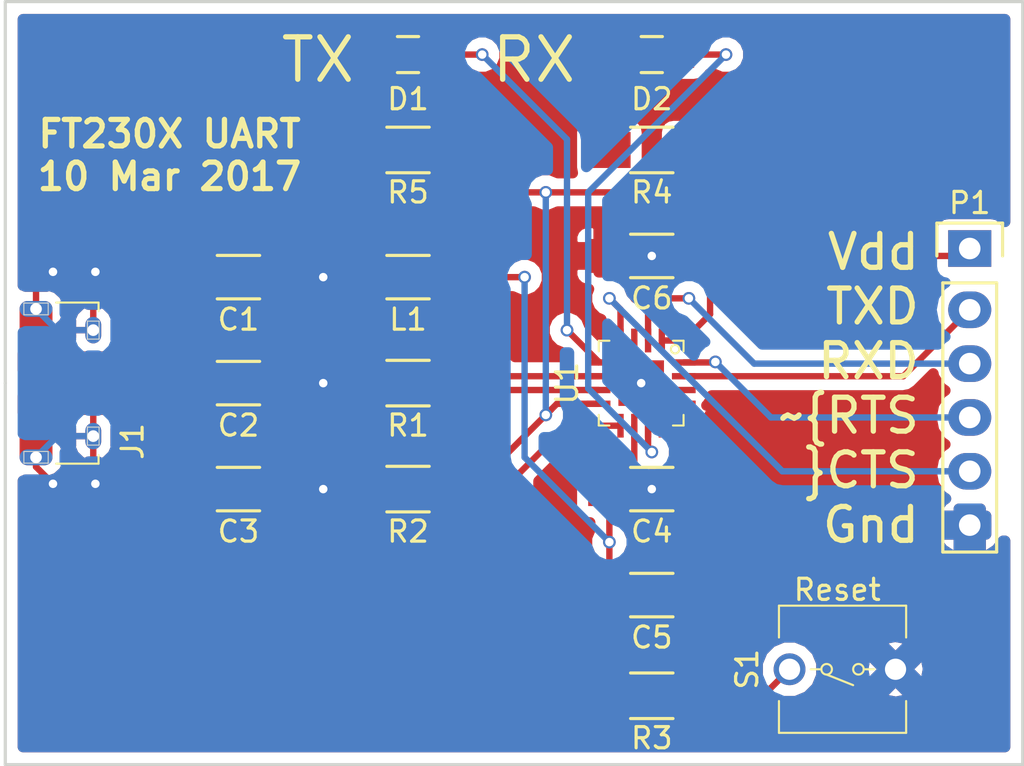
<source format=kicad_pcb>
(kicad_pcb (version 4) (host pcbnew 4.0.5)

  (general
    (links 46)
    (no_connects 0)
    (area 137.3 60.675 188.283334 99.259524)
    (thickness 1.6)
    (drawings 27)
    (tracks 146)
    (zones 0)
    (modules 18)
    (nets 18)
  )

  (page USLetter)
  (title_block
    (title "FT230XQ UART Interface")
    (rev A)
  )

  (layers
    (0 F.Cu signal)
    (31 B.Cu signal)
    (32 B.Adhes user)
    (33 F.Adhes user)
    (34 B.Paste user)
    (35 F.Paste user)
    (36 B.SilkS user)
    (37 F.SilkS user)
    (38 B.Mask user)
    (39 F.Mask user)
    (40 Dwgs.User user)
    (41 Cmts.User user)
    (42 Eco1.User user)
    (43 Eco2.User user)
    (44 Edge.Cuts user)
    (45 Margin user)
    (46 B.CrtYd user)
    (47 F.CrtYd user)
    (48 B.Fab user)
    (49 F.Fab user)
  )

  (setup
    (last_trace_width 0.3)
    (trace_clearance 0.2)
    (zone_clearance 0.508)
    (zone_45_only no)
    (trace_min 0.2)
    (segment_width 0.2)
    (edge_width 0.05)
    (via_size 0.6)
    (via_drill 0.4)
    (via_min_size 0.4)
    (via_min_drill 0.3)
    (uvia_size 0.3)
    (uvia_drill 0.1)
    (uvias_allowed no)
    (uvia_min_size 0.2)
    (uvia_min_drill 0.1)
    (pcb_text_width 0.3)
    (pcb_text_size 1.5 1.5)
    (mod_edge_width 0.15)
    (mod_text_size 1 1)
    (mod_text_width 0.15)
    (pad_size 1.2 1.55)
    (pad_drill 0)
    (pad_to_mask_clearance 0.2)
    (aux_axis_origin 0 0)
    (visible_elements FFFFFF7F)
    (pcbplotparams
      (layerselection 0x00030_80000001)
      (usegerberextensions false)
      (excludeedgelayer true)
      (linewidth 0.010000)
      (plotframeref false)
      (viasonmask false)
      (mode 1)
      (useauxorigin false)
      (hpglpennumber 1)
      (hpglpenspeed 20)
      (hpglpendiameter 15)
      (hpglpenoverlay 2)
      (psnegative false)
      (psa4output false)
      (plotreference true)
      (plotvalue true)
      (plotinvisibletext false)
      (padsonsilk false)
      (subtractmaskfromsilk false)
      (outputformat 1)
      (mirror false)
      (drillshape 1)
      (scaleselection 1)
      (outputdirectory ""))
  )

  (net 0 "")
  (net 1 "Net-(C1-Pad1)")
  (net 2 GND)
  (net 3 "Net-(C2-Pad1)")
  (net 4 "Net-(C3-Pad1)")
  (net 5 VCC)
  (net 6 VDD)
  (net 7 "Net-(D1-Pad1)")
  (net 8 "Net-(D1-Pad2)")
  (net 9 "Net-(D2-Pad1)")
  (net 10 "Net-(D2-Pad2)")
  (net 11 "Net-(P1-Pad2)")
  (net 12 "Net-(P1-Pad3)")
  (net 13 "Net-(P1-Pad4)")
  (net 14 "Net-(P1-Pad5)")
  (net 15 "Net-(R1-Pad2)")
  (net 16 "Net-(R2-Pad1)")
  (net 17 RESET)

  (net_class Default "This is the default net class."
    (clearance 0.2)
    (trace_width 0.3)
    (via_dia 0.6)
    (via_drill 0.4)
    (uvia_dia 0.3)
    (uvia_drill 0.1)
    (add_net GND)
    (add_net "Net-(C1-Pad1)")
    (add_net "Net-(C2-Pad1)")
    (add_net "Net-(C3-Pad1)")
    (add_net "Net-(D1-Pad1)")
    (add_net "Net-(D1-Pad2)")
    (add_net "Net-(D2-Pad1)")
    (add_net "Net-(D2-Pad2)")
    (add_net "Net-(P1-Pad2)")
    (add_net "Net-(P1-Pad3)")
    (add_net "Net-(P1-Pad4)")
    (add_net "Net-(P1-Pad5)")
    (add_net "Net-(R1-Pad2)")
    (add_net "Net-(R2-Pad1)")
    (add_net RESET)
    (add_net VCC)
    (add_net VDD)
  )

  (module Capacitors_SMD:C_1206_HandSoldering (layer F.Cu) (tedit 58C2EAD7) (tstamp 58C2E77B)
    (at 148.75 74.25)
    (descr "Capacitor SMD 1206, hand soldering")
    (tags "capacitor 1206")
    (path /58C2D781)
    (attr smd)
    (fp_text reference C1 (at 0 2) (layer F.SilkS)
      (effects (font (size 1 1) (thickness 0.15)))
    )
    (fp_text value C (at 0 2.3) (layer F.Fab) hide
      (effects (font (size 1 1) (thickness 0.15)))
    )
    (fp_line (start -1.6 0.8) (end -1.6 -0.8) (layer F.Fab) (width 0.15))
    (fp_line (start 1.6 0.8) (end -1.6 0.8) (layer F.Fab) (width 0.15))
    (fp_line (start 1.6 -0.8) (end 1.6 0.8) (layer F.Fab) (width 0.15))
    (fp_line (start -1.6 -0.8) (end 1.6 -0.8) (layer F.Fab) (width 0.15))
    (fp_line (start -3.3 -1.15) (end 3.3 -1.15) (layer F.CrtYd) (width 0.05))
    (fp_line (start -3.3 1.15) (end 3.3 1.15) (layer F.CrtYd) (width 0.05))
    (fp_line (start -3.3 -1.15) (end -3.3 1.15) (layer F.CrtYd) (width 0.05))
    (fp_line (start 3.3 -1.15) (end 3.3 1.15) (layer F.CrtYd) (width 0.05))
    (fp_line (start 1 -1.025) (end -1 -1.025) (layer F.SilkS) (width 0.15))
    (fp_line (start -1 1.025) (end 1 1.025) (layer F.SilkS) (width 0.15))
    (pad 1 smd rect (at -2 0) (size 2 1.6) (layers F.Cu F.Paste F.Mask)
      (net 1 "Net-(C1-Pad1)"))
    (pad 2 smd rect (at 2 0) (size 2 1.6) (layers F.Cu F.Paste F.Mask)
      (net 2 GND))
    (model Capacitors_SMD.3dshapes/C_1206_HandSoldering.wrl
      (at (xyz 0 0 0))
      (scale (xyz 1 1 1))
      (rotate (xyz 0 0 0))
    )
  )

  (module Capacitors_SMD:C_1206_HandSoldering (layer F.Cu) (tedit 58C2E8EB) (tstamp 58C2E781)
    (at 148.75 79.25)
    (descr "Capacitor SMD 1206, hand soldering")
    (tags "capacitor 1206")
    (path /58C2D755)
    (attr smd)
    (fp_text reference C2 (at 0 2) (layer F.SilkS)
      (effects (font (size 1 1) (thickness 0.15)))
    )
    (fp_text value C (at 0 2.3) (layer F.Fab) hide
      (effects (font (size 1 1) (thickness 0.15)))
    )
    (fp_line (start -1.6 0.8) (end -1.6 -0.8) (layer F.Fab) (width 0.15))
    (fp_line (start 1.6 0.8) (end -1.6 0.8) (layer F.Fab) (width 0.15))
    (fp_line (start 1.6 -0.8) (end 1.6 0.8) (layer F.Fab) (width 0.15))
    (fp_line (start -1.6 -0.8) (end 1.6 -0.8) (layer F.Fab) (width 0.15))
    (fp_line (start -3.3 -1.15) (end 3.3 -1.15) (layer F.CrtYd) (width 0.05))
    (fp_line (start -3.3 1.15) (end 3.3 1.15) (layer F.CrtYd) (width 0.05))
    (fp_line (start -3.3 -1.15) (end -3.3 1.15) (layer F.CrtYd) (width 0.05))
    (fp_line (start 3.3 -1.15) (end 3.3 1.15) (layer F.CrtYd) (width 0.05))
    (fp_line (start 1 -1.025) (end -1 -1.025) (layer F.SilkS) (width 0.15))
    (fp_line (start -1 1.025) (end 1 1.025) (layer F.SilkS) (width 0.15))
    (pad 1 smd rect (at -2 0) (size 2 1.6) (layers F.Cu F.Paste F.Mask)
      (net 3 "Net-(C2-Pad1)"))
    (pad 2 smd rect (at 2 0) (size 2 1.6) (layers F.Cu F.Paste F.Mask)
      (net 2 GND))
    (model Capacitors_SMD.3dshapes/C_1206_HandSoldering.wrl
      (at (xyz 0 0 0))
      (scale (xyz 1 1 1))
      (rotate (xyz 0 0 0))
    )
  )

  (module Capacitors_SMD:C_1206_HandSoldering (layer F.Cu) (tedit 58C2E8F8) (tstamp 58C2E787)
    (at 148.75 84.25)
    (descr "Capacitor SMD 1206, hand soldering")
    (tags "capacitor 1206")
    (path /58C2D707)
    (attr smd)
    (fp_text reference C3 (at 0 2) (layer F.SilkS)
      (effects (font (size 1 1) (thickness 0.15)))
    )
    (fp_text value C (at 0 2.3) (layer F.Fab) hide
      (effects (font (size 1 1) (thickness 0.15)))
    )
    (fp_line (start -1.6 0.8) (end -1.6 -0.8) (layer F.Fab) (width 0.15))
    (fp_line (start 1.6 0.8) (end -1.6 0.8) (layer F.Fab) (width 0.15))
    (fp_line (start 1.6 -0.8) (end 1.6 0.8) (layer F.Fab) (width 0.15))
    (fp_line (start -1.6 -0.8) (end 1.6 -0.8) (layer F.Fab) (width 0.15))
    (fp_line (start -3.3 -1.15) (end 3.3 -1.15) (layer F.CrtYd) (width 0.05))
    (fp_line (start -3.3 1.15) (end 3.3 1.15) (layer F.CrtYd) (width 0.05))
    (fp_line (start -3.3 -1.15) (end -3.3 1.15) (layer F.CrtYd) (width 0.05))
    (fp_line (start 3.3 -1.15) (end 3.3 1.15) (layer F.CrtYd) (width 0.05))
    (fp_line (start 1 -1.025) (end -1 -1.025) (layer F.SilkS) (width 0.15))
    (fp_line (start -1 1.025) (end 1 1.025) (layer F.SilkS) (width 0.15))
    (pad 1 smd rect (at -2 0) (size 2 1.6) (layers F.Cu F.Paste F.Mask)
      (net 4 "Net-(C3-Pad1)"))
    (pad 2 smd rect (at 2 0) (size 2 1.6) (layers F.Cu F.Paste F.Mask)
      (net 2 GND))
    (model Capacitors_SMD.3dshapes/C_1206_HandSoldering.wrl
      (at (xyz 0 0 0))
      (scale (xyz 1 1 1))
      (rotate (xyz 0 0 0))
    )
  )

  (module Capacitors_SMD:C_1206_HandSoldering (layer F.Cu) (tedit 58C2E9CA) (tstamp 58C2E78D)
    (at 168.25 84.25)
    (descr "Capacitor SMD 1206, hand soldering")
    (tags "capacitor 1206")
    (path /58C2D614)
    (attr smd)
    (fp_text reference C4 (at 0 2) (layer F.SilkS)
      (effects (font (size 1 1) (thickness 0.15)))
    )
    (fp_text value C (at 0 2.3) (layer F.Fab) hide
      (effects (font (size 1 1) (thickness 0.15)))
    )
    (fp_line (start -1.6 0.8) (end -1.6 -0.8) (layer F.Fab) (width 0.15))
    (fp_line (start 1.6 0.8) (end -1.6 0.8) (layer F.Fab) (width 0.15))
    (fp_line (start 1.6 -0.8) (end 1.6 0.8) (layer F.Fab) (width 0.15))
    (fp_line (start -1.6 -0.8) (end 1.6 -0.8) (layer F.Fab) (width 0.15))
    (fp_line (start -3.3 -1.15) (end 3.3 -1.15) (layer F.CrtYd) (width 0.05))
    (fp_line (start -3.3 1.15) (end 3.3 1.15) (layer F.CrtYd) (width 0.05))
    (fp_line (start -3.3 -1.15) (end -3.3 1.15) (layer F.CrtYd) (width 0.05))
    (fp_line (start 3.3 -1.15) (end 3.3 1.15) (layer F.CrtYd) (width 0.05))
    (fp_line (start 1 -1.025) (end -1 -1.025) (layer F.SilkS) (width 0.15))
    (fp_line (start -1 1.025) (end 1 1.025) (layer F.SilkS) (width 0.15))
    (pad 1 smd rect (at -2 0) (size 2 1.6) (layers F.Cu F.Paste F.Mask)
      (net 5 VCC))
    (pad 2 smd rect (at 2 0) (size 2 1.6) (layers F.Cu F.Paste F.Mask)
      (net 2 GND))
    (model Capacitors_SMD.3dshapes/C_1206_HandSoldering.wrl
      (at (xyz 0 0 0))
      (scale (xyz 1 1 1))
      (rotate (xyz 0 0 0))
    )
  )

  (module Capacitors_SMD:C_1206_HandSoldering (layer F.Cu) (tedit 58C2E9EB) (tstamp 58C2E793)
    (at 168.25 89.25)
    (descr "Capacitor SMD 1206, hand soldering")
    (tags "capacitor 1206")
    (path /58C2D6B2)
    (attr smd)
    (fp_text reference C5 (at 0 2) (layer F.SilkS)
      (effects (font (size 1 1) (thickness 0.15)))
    )
    (fp_text value C (at 0 2.3) (layer F.Fab) hide
      (effects (font (size 1 1) (thickness 0.15)))
    )
    (fp_line (start -1.6 0.8) (end -1.6 -0.8) (layer F.Fab) (width 0.15))
    (fp_line (start 1.6 0.8) (end -1.6 0.8) (layer F.Fab) (width 0.15))
    (fp_line (start 1.6 -0.8) (end 1.6 0.8) (layer F.Fab) (width 0.15))
    (fp_line (start -1.6 -0.8) (end 1.6 -0.8) (layer F.Fab) (width 0.15))
    (fp_line (start -3.3 -1.15) (end 3.3 -1.15) (layer F.CrtYd) (width 0.05))
    (fp_line (start -3.3 1.15) (end 3.3 1.15) (layer F.CrtYd) (width 0.05))
    (fp_line (start -3.3 -1.15) (end -3.3 1.15) (layer F.CrtYd) (width 0.05))
    (fp_line (start 3.3 -1.15) (end 3.3 1.15) (layer F.CrtYd) (width 0.05))
    (fp_line (start 1 -1.025) (end -1 -1.025) (layer F.SilkS) (width 0.15))
    (fp_line (start -1 1.025) (end 1 1.025) (layer F.SilkS) (width 0.15))
    (pad 1 smd rect (at -2 0) (size 2 1.6) (layers F.Cu F.Paste F.Mask)
      (net 5 VCC))
    (pad 2 smd rect (at 2 0) (size 2 1.6) (layers F.Cu F.Paste F.Mask)
      (net 2 GND))
    (model Capacitors_SMD.3dshapes/C_1206_HandSoldering.wrl
      (at (xyz 0 0 0))
      (scale (xyz 1 1 1))
      (rotate (xyz 0 0 0))
    )
  )

  (module Capacitors_SMD:C_1206_HandSoldering (layer F.Cu) (tedit 58C2EA1D) (tstamp 58C2E799)
    (at 168.25 73.25 180)
    (descr "Capacitor SMD 1206, hand soldering")
    (tags "capacitor 1206")
    (path /58C2D6DF)
    (attr smd)
    (fp_text reference C6 (at 0 -2 180) (layer F.SilkS)
      (effects (font (size 1 1) (thickness 0.15)))
    )
    (fp_text value C (at 0 2.3 180) (layer F.Fab) hide
      (effects (font (size 1 1) (thickness 0.15)))
    )
    (fp_line (start -1.6 0.8) (end -1.6 -0.8) (layer F.Fab) (width 0.15))
    (fp_line (start 1.6 0.8) (end -1.6 0.8) (layer F.Fab) (width 0.15))
    (fp_line (start 1.6 -0.8) (end 1.6 0.8) (layer F.Fab) (width 0.15))
    (fp_line (start -1.6 -0.8) (end 1.6 -0.8) (layer F.Fab) (width 0.15))
    (fp_line (start -3.3 -1.15) (end 3.3 -1.15) (layer F.CrtYd) (width 0.05))
    (fp_line (start -3.3 1.15) (end 3.3 1.15) (layer F.CrtYd) (width 0.05))
    (fp_line (start -3.3 -1.15) (end -3.3 1.15) (layer F.CrtYd) (width 0.05))
    (fp_line (start 3.3 -1.15) (end 3.3 1.15) (layer F.CrtYd) (width 0.05))
    (fp_line (start 1 -1.025) (end -1 -1.025) (layer F.SilkS) (width 0.15))
    (fp_line (start -1 1.025) (end 1 1.025) (layer F.SilkS) (width 0.15))
    (pad 1 smd rect (at -2 0 180) (size 2 1.6) (layers F.Cu F.Paste F.Mask)
      (net 6 VDD))
    (pad 2 smd rect (at 2 0 180) (size 2 1.6) (layers F.Cu F.Paste F.Mask)
      (net 2 GND))
    (model Capacitors_SMD.3dshapes/C_1206_HandSoldering.wrl
      (at (xyz 0 0 0))
      (scale (xyz 1 1 1))
      (rotate (xyz 0 0 0))
    )
  )

  (module Capacitors_SMD:C_0805_HandSoldering (layer F.Cu) (tedit 58C2EEDF) (tstamp 58C2E79F)
    (at 156.75 63.75 180)
    (descr "Capacitor SMD 0805, hand soldering")
    (tags "capacitor 0805")
    (path /58C2D92A)
    (attr smd)
    (fp_text reference D1 (at 0 -2.1 180) (layer F.SilkS)
      (effects (font (size 1 1) (thickness 0.15)))
    )
    (fp_text value "TX LED" (at 0 2.1 180) (layer F.Fab) hide
      (effects (font (size 1 1) (thickness 0.15)))
    )
    (fp_line (start -1 0.625) (end -1 -0.625) (layer F.Fab) (width 0.15))
    (fp_line (start 1 0.625) (end -1 0.625) (layer F.Fab) (width 0.15))
    (fp_line (start 1 -0.625) (end 1 0.625) (layer F.Fab) (width 0.15))
    (fp_line (start -1 -0.625) (end 1 -0.625) (layer F.Fab) (width 0.15))
    (fp_line (start -2.3 -1) (end 2.3 -1) (layer F.CrtYd) (width 0.05))
    (fp_line (start -2.3 1) (end 2.3 1) (layer F.CrtYd) (width 0.05))
    (fp_line (start -2.3 -1) (end -2.3 1) (layer F.CrtYd) (width 0.05))
    (fp_line (start 2.3 -1) (end 2.3 1) (layer F.CrtYd) (width 0.05))
    (fp_line (start 0.5 -0.85) (end -0.5 -0.85) (layer F.SilkS) (width 0.15))
    (fp_line (start -0.5 0.85) (end 0.5 0.85) (layer F.SilkS) (width 0.15))
    (pad 1 smd rect (at -1.25 0 180) (size 1.5 1.25) (layers F.Cu F.Paste F.Mask)
      (net 7 "Net-(D1-Pad1)"))
    (pad 2 smd rect (at 1.25 0 180) (size 1.5 1.25) (layers F.Cu F.Paste F.Mask)
      (net 8 "Net-(D1-Pad2)"))
    (model Capacitors_SMD.3dshapes/C_0805_HandSoldering.wrl
      (at (xyz 0 0 0))
      (scale (xyz 1 1 1))
      (rotate (xyz 0 0 0))
    )
  )

  (module Capacitors_SMD:C_0805_HandSoldering (layer F.Cu) (tedit 58C2EEE7) (tstamp 58C2E7A5)
    (at 168.25 63.75 180)
    (descr "Capacitor SMD 0805, hand soldering")
    (tags "capacitor 0805")
    (path /58C2D8DD)
    (attr smd)
    (fp_text reference D2 (at 0 -2.1 180) (layer F.SilkS)
      (effects (font (size 1 1) (thickness 0.15)))
    )
    (fp_text value "RX LED" (at 0 2.1 180) (layer F.Fab) hide
      (effects (font (size 1 1) (thickness 0.15)))
    )
    (fp_line (start -1 0.625) (end -1 -0.625) (layer F.Fab) (width 0.15))
    (fp_line (start 1 0.625) (end -1 0.625) (layer F.Fab) (width 0.15))
    (fp_line (start 1 -0.625) (end 1 0.625) (layer F.Fab) (width 0.15))
    (fp_line (start -1 -0.625) (end 1 -0.625) (layer F.Fab) (width 0.15))
    (fp_line (start -2.3 -1) (end 2.3 -1) (layer F.CrtYd) (width 0.05))
    (fp_line (start -2.3 1) (end 2.3 1) (layer F.CrtYd) (width 0.05))
    (fp_line (start -2.3 -1) (end -2.3 1) (layer F.CrtYd) (width 0.05))
    (fp_line (start 2.3 -1) (end 2.3 1) (layer F.CrtYd) (width 0.05))
    (fp_line (start 0.5 -0.85) (end -0.5 -0.85) (layer F.SilkS) (width 0.15))
    (fp_line (start -0.5 0.85) (end 0.5 0.85) (layer F.SilkS) (width 0.15))
    (pad 1 smd rect (at -1.25 0 180) (size 1.5 1.25) (layers F.Cu F.Paste F.Mask)
      (net 9 "Net-(D2-Pad1)"))
    (pad 2 smd rect (at 1.25 0 180) (size 1.5 1.25) (layers F.Cu F.Paste F.Mask)
      (net 10 "Net-(D2-Pad2)"))
    (model Capacitors_SMD.3dshapes/C_0805_HandSoldering.wrl
      (at (xyz 0 0 0))
      (scale (xyz 1 1 1))
      (rotate (xyz 0 0 0))
    )
  )

  (module k7arx:MicroUSB-B-RA-FCI (layer F.Cu) (tedit 58C2F363) (tstamp 58C2E7BD)
    (at 137.75 79.25 270)
    (path /58C2F731)
    (fp_text reference J1 (at 2.75 -6 270) (layer F.SilkS)
      (effects (font (size 1 1) (thickness 0.15)))
    )
    (fp_text value MicroUSB_B (at 0 -6.5 270) (layer F.Fab) hide
      (effects (font (size 1 1) (thickness 0.15)))
    )
    (fp_line (start -3.8 -0.4) (end -3.8 0) (layer Dwgs.User) (width 0.1))
    (fp_line (start -3.8 0) (end 3.8 0) (layer Dwgs.User) (width 0.1))
    (fp_line (start 3.8 0) (end 3.8 -0.4) (layer Dwgs.User) (width 0.1))
    (fp_line (start 3.4 -4.4) (end 3.8 -4.4) (layer F.SilkS) (width 0.1))
    (fp_line (start 3.8 -4.4) (end 3.8 -2.4) (layer F.SilkS) (width 0.1))
    (fp_line (start -3.8 -2.4) (end -3.8 -4.4) (layer F.SilkS) (width 0.1))
    (fp_line (start -3.8 -4.4) (end -3.4 -4.4) (layer F.SilkS) (width 0.1))
    (pad ~ smd rect (at -1 -1.45 270) (size 1.5 1.55) (layers F.Cu F.Paste F.Mask)
      (net 2 GND))
    (pad ~ smd rect (at 1 -1.45 270) (size 1.5 1.55) (layers F.Cu F.Paste F.Mask)
      (net 2 GND))
    (pad 1 smd rect (at -1.3 -4.15 270) (size 0.4 1.35) (layers F.Cu F.Paste F.Mask)
      (net 1 "Net-(C1-Pad1)"))
    (pad 2 smd rect (at -0.65 -4.15 270) (size 0.4 1.35) (layers F.Cu F.Paste F.Mask)
      (net 3 "Net-(C2-Pad1)"))
    (pad 3 smd rect (at 0 -4.15 270) (size 0.4 1.35) (layers F.Cu F.Paste F.Mask)
      (net 4 "Net-(C3-Pad1)"))
    (pad 4 smd rect (at 0.65 -4.15 270) (size 0.4 1.35) (layers F.Cu F.Paste F.Mask))
    (pad 5 smd rect (at 1.3 -4.15 270) (size 0.4 1.35) (layers F.Cu F.Paste F.Mask)
      (net 2 GND))
    (pad ~ thru_hole oval (at -3.5 -1.45 270) (size 0.75 1.55) (drill 0.55) (layers *.Cu *.Mask)
      (net 2 GND))
    (pad ~ thru_hole oval (at 3.5 -1.45 270) (size 0.75 1.55) (drill 0.55) (layers *.Cu *.Mask)
      (net 2 GND))
    (pad ~ thru_hole oval (at -2.5 -4.15 270) (size 1.25 0.75) (drill 0.55) (layers *.Cu *.Mask)
      (net 2 GND))
    (pad ~ thru_hole oval (at 2.5 -4.15 270) (size 1.25 0.75) (drill 0.55) (layers *.Cu *.Mask)
      (net 2 GND))
    (pad ~ smd rect (at -2.9 -1.45 270) (size 1.2 1.55) (layers F.Cu F.Paste F.Mask)
      (net 2 GND))
    (pad ~ smd rect (at 2.9 -1.45 270) (size 1.2 1.55) (layers F.Cu F.Paste F.Mask)
      (net 2 GND))
  )

  (module Capacitors_SMD:C_1206_HandSoldering (layer F.Cu) (tedit 58C2EAD5) (tstamp 58C2E7C3)
    (at 156.75 74.25 180)
    (descr "Capacitor SMD 1206, hand soldering")
    (tags "capacitor 1206")
    (path /58C2D5E4)
    (attr smd)
    (fp_text reference L1 (at 0 -2 180) (layer F.SilkS)
      (effects (font (size 1 1) (thickness 0.15)))
    )
    (fp_text value Ferrite_Bead (at 0 2.3 180) (layer F.Fab) hide
      (effects (font (size 1 1) (thickness 0.15)))
    )
    (fp_line (start -1.6 0.8) (end -1.6 -0.8) (layer F.Fab) (width 0.15))
    (fp_line (start 1.6 0.8) (end -1.6 0.8) (layer F.Fab) (width 0.15))
    (fp_line (start 1.6 -0.8) (end 1.6 0.8) (layer F.Fab) (width 0.15))
    (fp_line (start -1.6 -0.8) (end 1.6 -0.8) (layer F.Fab) (width 0.15))
    (fp_line (start -3.3 -1.15) (end 3.3 -1.15) (layer F.CrtYd) (width 0.05))
    (fp_line (start -3.3 1.15) (end 3.3 1.15) (layer F.CrtYd) (width 0.05))
    (fp_line (start -3.3 -1.15) (end -3.3 1.15) (layer F.CrtYd) (width 0.05))
    (fp_line (start 3.3 -1.15) (end 3.3 1.15) (layer F.CrtYd) (width 0.05))
    (fp_line (start 1 -1.025) (end -1 -1.025) (layer F.SilkS) (width 0.15))
    (fp_line (start -1 1.025) (end 1 1.025) (layer F.SilkS) (width 0.15))
    (pad 1 smd rect (at -2 0 180) (size 2 1.6) (layers F.Cu F.Paste F.Mask)
      (net 5 VCC))
    (pad 2 smd rect (at 2 0 180) (size 2 1.6) (layers F.Cu F.Paste F.Mask)
      (net 1 "Net-(C1-Pad1)"))
    (model Capacitors_SMD.3dshapes/C_1206_HandSoldering.wrl
      (at (xyz 0 0 0))
      (scale (xyz 1 1 1))
      (rotate (xyz 0 0 0))
    )
  )

  (module Pin_Headers:Pin_Header_Straight_1x06 (layer F.Cu) (tedit 58C2EC6F) (tstamp 58C2E7CD)
    (at 183.25 73.25)
    (descr "Through hole pin header")
    (tags "pin header")
    (path /58C2E366)
    (fp_text reference P1 (at 0 -2.5) (layer F.SilkS)
      (effects (font (size 1 1) (thickness 0.15)))
    )
    (fp_text value CONN_01X06 (at 0 -3.1) (layer F.Fab) hide
      (effects (font (size 1 1) (thickness 0.15)))
    )
    (fp_line (start -1.75 -1.75) (end -1.75 14.45) (layer F.CrtYd) (width 0.05))
    (fp_line (start 1.75 -1.75) (end 1.75 14.45) (layer F.CrtYd) (width 0.05))
    (fp_line (start -1.75 -1.75) (end 1.75 -1.75) (layer F.CrtYd) (width 0.05))
    (fp_line (start -1.75 14.45) (end 1.75 14.45) (layer F.CrtYd) (width 0.05))
    (fp_line (start 1.27 1.27) (end 1.27 13.97) (layer F.SilkS) (width 0.15))
    (fp_line (start 1.27 13.97) (end -1.27 13.97) (layer F.SilkS) (width 0.15))
    (fp_line (start -1.27 13.97) (end -1.27 1.27) (layer F.SilkS) (width 0.15))
    (fp_line (start 1.55 -1.55) (end 1.55 0) (layer F.SilkS) (width 0.15))
    (fp_line (start 1.27 1.27) (end -1.27 1.27) (layer F.SilkS) (width 0.15))
    (fp_line (start -1.55 0) (end -1.55 -1.55) (layer F.SilkS) (width 0.15))
    (fp_line (start -1.55 -1.55) (end 1.55 -1.55) (layer F.SilkS) (width 0.15))
    (pad 1 thru_hole rect (at 0 -0.35) (size 2.032 1.7272) (drill 1.016) (layers *.Cu *.Mask)
      (net 6 VDD))
    (pad 2 thru_hole oval (at 0 2.54) (size 2.032 1.7272) (drill 1.016) (layers *.Cu *.Mask)
      (net 11 "Net-(P1-Pad2)"))
    (pad 3 thru_hole oval (at 0 5.08) (size 2.032 1.7272) (drill 1.016) (layers *.Cu *.Mask)
      (net 12 "Net-(P1-Pad3)"))
    (pad 4 thru_hole oval (at 0 7.62) (size 2.032 1.7272) (drill 1.016) (layers *.Cu *.Mask)
      (net 13 "Net-(P1-Pad4)"))
    (pad 5 thru_hole oval (at 0 10.16) (size 2.032 1.7272) (drill 1.016) (layers *.Cu *.Mask)
      (net 14 "Net-(P1-Pad5)"))
    (pad 6 thru_hole oval (at 0 12.7) (size 2.032 1.7272) (drill 1.016) (layers *.Cu *.Mask)
      (net 2 GND))
    (model Pin_Headers.3dshapes/Pin_Header_Straight_1x06.wrl
      (at (xyz 0 -0.25 0))
      (scale (xyz 1 1 1))
      (rotate (xyz 0 0 90))
    )
  )

  (module Resistors_SMD:R_1206_HandSoldering (layer F.Cu) (tedit 58C2E83A) (tstamp 58C2E7D3)
    (at 156.75 79.25)
    (descr "Resistor SMD 1206, hand soldering")
    (tags "resistor 1206")
    (path /58C2D54D)
    (attr smd)
    (fp_text reference R1 (at 0 2) (layer F.SilkS)
      (effects (font (size 1 1) (thickness 0.15)))
    )
    (fp_text value R (at 0 2.3) (layer F.Fab) hide
      (effects (font (size 1 1) (thickness 0.15)))
    )
    (fp_line (start -1.6 0.8) (end -1.6 -0.8) (layer F.Fab) (width 0.1))
    (fp_line (start 1.6 0.8) (end -1.6 0.8) (layer F.Fab) (width 0.1))
    (fp_line (start 1.6 -0.8) (end 1.6 0.8) (layer F.Fab) (width 0.1))
    (fp_line (start -1.6 -0.8) (end 1.6 -0.8) (layer F.Fab) (width 0.1))
    (fp_line (start -3.3 -1.2) (end 3.3 -1.2) (layer F.CrtYd) (width 0.05))
    (fp_line (start -3.3 1.2) (end 3.3 1.2) (layer F.CrtYd) (width 0.05))
    (fp_line (start -3.3 -1.2) (end -3.3 1.2) (layer F.CrtYd) (width 0.05))
    (fp_line (start 3.3 -1.2) (end 3.3 1.2) (layer F.CrtYd) (width 0.05))
    (fp_line (start 1 1.075) (end -1 1.075) (layer F.SilkS) (width 0.15))
    (fp_line (start -1 -1.075) (end 1 -1.075) (layer F.SilkS) (width 0.15))
    (pad 1 smd rect (at -2 0) (size 2 1.7) (layers F.Cu F.Paste F.Mask)
      (net 3 "Net-(C2-Pad1)"))
    (pad 2 smd rect (at 2 0) (size 2 1.7) (layers F.Cu F.Paste F.Mask)
      (net 15 "Net-(R1-Pad2)"))
    (model Resistors_SMD.3dshapes/R_1206_HandSoldering.wrl
      (at (xyz 0 0 0))
      (scale (xyz 1 1 1))
      (rotate (xyz 0 0 0))
    )
  )

  (module Resistors_SMD:R_1206_HandSoldering (layer F.Cu) (tedit 58C2E83C) (tstamp 58C2E7D9)
    (at 156.75 84.25 180)
    (descr "Resistor SMD 1206, hand soldering")
    (tags "resistor 1206")
    (path /58C2D59D)
    (attr smd)
    (fp_text reference R2 (at 0 -2 180) (layer F.SilkS)
      (effects (font (size 1 1) (thickness 0.15)))
    )
    (fp_text value R (at 0 2.3 180) (layer F.Fab) hide
      (effects (font (size 1 1) (thickness 0.15)))
    )
    (fp_line (start -1.6 0.8) (end -1.6 -0.8) (layer F.Fab) (width 0.1))
    (fp_line (start 1.6 0.8) (end -1.6 0.8) (layer F.Fab) (width 0.1))
    (fp_line (start 1.6 -0.8) (end 1.6 0.8) (layer F.Fab) (width 0.1))
    (fp_line (start -1.6 -0.8) (end 1.6 -0.8) (layer F.Fab) (width 0.1))
    (fp_line (start -3.3 -1.2) (end 3.3 -1.2) (layer F.CrtYd) (width 0.05))
    (fp_line (start -3.3 1.2) (end 3.3 1.2) (layer F.CrtYd) (width 0.05))
    (fp_line (start -3.3 -1.2) (end -3.3 1.2) (layer F.CrtYd) (width 0.05))
    (fp_line (start 3.3 -1.2) (end 3.3 1.2) (layer F.CrtYd) (width 0.05))
    (fp_line (start 1 1.075) (end -1 1.075) (layer F.SilkS) (width 0.15))
    (fp_line (start -1 -1.075) (end 1 -1.075) (layer F.SilkS) (width 0.15))
    (pad 1 smd rect (at -2 0 180) (size 2 1.7) (layers F.Cu F.Paste F.Mask)
      (net 16 "Net-(R2-Pad1)"))
    (pad 2 smd rect (at 2 0 180) (size 2 1.7) (layers F.Cu F.Paste F.Mask)
      (net 4 "Net-(C3-Pad1)"))
    (model Resistors_SMD.3dshapes/R_1206_HandSoldering.wrl
      (at (xyz 0 0 0))
      (scale (xyz 1 1 1))
      (rotate (xyz 0 0 0))
    )
  )

  (module Resistors_SMD:R_1206_HandSoldering (layer F.Cu) (tedit 58C2EA95) (tstamp 58C2E7DF)
    (at 168.25 94)
    (descr "Resistor SMD 1206, hand soldering")
    (tags "resistor 1206")
    (path /58C2EBC6)
    (attr smd)
    (fp_text reference R3 (at 0 2) (layer F.SilkS)
      (effects (font (size 1 1) (thickness 0.15)))
    )
    (fp_text value R (at 0 2.3) (layer F.Fab) hide
      (effects (font (size 1 1) (thickness 0.15)))
    )
    (fp_line (start -1.6 0.8) (end -1.6 -0.8) (layer F.Fab) (width 0.1))
    (fp_line (start 1.6 0.8) (end -1.6 0.8) (layer F.Fab) (width 0.1))
    (fp_line (start 1.6 -0.8) (end 1.6 0.8) (layer F.Fab) (width 0.1))
    (fp_line (start -1.6 -0.8) (end 1.6 -0.8) (layer F.Fab) (width 0.1))
    (fp_line (start -3.3 -1.2) (end 3.3 -1.2) (layer F.CrtYd) (width 0.05))
    (fp_line (start -3.3 1.2) (end 3.3 1.2) (layer F.CrtYd) (width 0.05))
    (fp_line (start -3.3 -1.2) (end -3.3 1.2) (layer F.CrtYd) (width 0.05))
    (fp_line (start 3.3 -1.2) (end 3.3 1.2) (layer F.CrtYd) (width 0.05))
    (fp_line (start 1 1.075) (end -1 1.075) (layer F.SilkS) (width 0.15))
    (fp_line (start -1 -1.075) (end 1 -1.075) (layer F.SilkS) (width 0.15))
    (pad 1 smd rect (at -2 0) (size 2 1.7) (layers F.Cu F.Paste F.Mask)
      (net 6 VDD))
    (pad 2 smd rect (at 2 0) (size 2 1.7) (layers F.Cu F.Paste F.Mask)
      (net 17 RESET))
    (model Resistors_SMD.3dshapes/R_1206_HandSoldering.wrl
      (at (xyz 0 0 0))
      (scale (xyz 1 1 1))
      (rotate (xyz 0 0 0))
    )
  )

  (module Resistors_SMD:R_1206_HandSoldering (layer F.Cu) (tedit 58C2EAB0) (tstamp 58C2E7E5)
    (at 168.25 68.25)
    (descr "Resistor SMD 1206, hand soldering")
    (tags "resistor 1206")
    (path /58C2D7B6)
    (attr smd)
    (fp_text reference R4 (at 0 2) (layer F.SilkS)
      (effects (font (size 1 1) (thickness 0.15)))
    )
    (fp_text value R (at 0 2.3) (layer F.Fab) hide
      (effects (font (size 1 1) (thickness 0.15)))
    )
    (fp_line (start -1.6 0.8) (end -1.6 -0.8) (layer F.Fab) (width 0.1))
    (fp_line (start 1.6 0.8) (end -1.6 0.8) (layer F.Fab) (width 0.1))
    (fp_line (start 1.6 -0.8) (end 1.6 0.8) (layer F.Fab) (width 0.1))
    (fp_line (start -1.6 -0.8) (end 1.6 -0.8) (layer F.Fab) (width 0.1))
    (fp_line (start -3.3 -1.2) (end 3.3 -1.2) (layer F.CrtYd) (width 0.05))
    (fp_line (start -3.3 1.2) (end 3.3 1.2) (layer F.CrtYd) (width 0.05))
    (fp_line (start -3.3 -1.2) (end -3.3 1.2) (layer F.CrtYd) (width 0.05))
    (fp_line (start 3.3 -1.2) (end 3.3 1.2) (layer F.CrtYd) (width 0.05))
    (fp_line (start 1 1.075) (end -1 1.075) (layer F.SilkS) (width 0.15))
    (fp_line (start -1 -1.075) (end 1 -1.075) (layer F.SilkS) (width 0.15))
    (pad 1 smd rect (at -2 0) (size 2 1.7) (layers F.Cu F.Paste F.Mask)
      (net 10 "Net-(D2-Pad2)"))
    (pad 2 smd rect (at 2 0) (size 2 1.7) (layers F.Cu F.Paste F.Mask)
      (net 6 VDD))
    (model Resistors_SMD.3dshapes/R_1206_HandSoldering.wrl
      (at (xyz 0 0 0))
      (scale (xyz 1 1 1))
      (rotate (xyz 0 0 0))
    )
  )

  (module Resistors_SMD:R_1206_HandSoldering (layer F.Cu) (tedit 58C2EAD3) (tstamp 58C2E7EB)
    (at 156.75 68.25 180)
    (descr "Resistor SMD 1206, hand soldering")
    (tags "resistor 1206")
    (path /58C2D8A5)
    (attr smd)
    (fp_text reference R5 (at 0 -2 180) (layer F.SilkS)
      (effects (font (size 1 1) (thickness 0.15)))
    )
    (fp_text value R (at 0 2.3 180) (layer F.Fab) hide
      (effects (font (size 1 1) (thickness 0.15)))
    )
    (fp_line (start -1.6 0.8) (end -1.6 -0.8) (layer F.Fab) (width 0.1))
    (fp_line (start 1.6 0.8) (end -1.6 0.8) (layer F.Fab) (width 0.1))
    (fp_line (start 1.6 -0.8) (end 1.6 0.8) (layer F.Fab) (width 0.1))
    (fp_line (start -1.6 -0.8) (end 1.6 -0.8) (layer F.Fab) (width 0.1))
    (fp_line (start -3.3 -1.2) (end 3.3 -1.2) (layer F.CrtYd) (width 0.05))
    (fp_line (start -3.3 1.2) (end 3.3 1.2) (layer F.CrtYd) (width 0.05))
    (fp_line (start -3.3 -1.2) (end -3.3 1.2) (layer F.CrtYd) (width 0.05))
    (fp_line (start 3.3 -1.2) (end 3.3 1.2) (layer F.CrtYd) (width 0.05))
    (fp_line (start 1 1.075) (end -1 1.075) (layer F.SilkS) (width 0.15))
    (fp_line (start -1 -1.075) (end 1 -1.075) (layer F.SilkS) (width 0.15))
    (pad 1 smd rect (at -2 0 180) (size 2 1.7) (layers F.Cu F.Paste F.Mask)
      (net 6 VDD))
    (pad 2 smd rect (at 2 0 180) (size 2 1.7) (layers F.Cu F.Paste F.Mask)
      (net 8 "Net-(D1-Pad2)"))
    (model Resistors_SMD.3dshapes/R_1206_HandSoldering.wrl
      (at (xyz 0 0 0))
      (scale (xyz 1 1 1))
      (rotate (xyz 0 0 0))
    )
  )

  (module k7arx:SPST-EVQ2 (layer F.Cu) (tedit 58C08FC0) (tstamp 58C2E7F1)
    (at 177.25 92.75 270)
    (path /58C2EC34)
    (fp_text reference S1 (at 0 4.5 270) (layer F.SilkS)
      (effects (font (size 1 1) (thickness 0.15)))
    )
    (fp_text value TactileSwitch_NO (at 0 -4.5 270) (layer F.Fab) hide
      (effects (font (size 1 1) (thickness 0.15)))
    )
    (fp_line (start 0.25 0.75) (end 0.75 -0.5) (layer F.SilkS) (width 0.1))
    (fp_circle (center 0 -0.75) (end 0.25 -0.75) (layer F.SilkS) (width 0.1))
    (fp_line (start 0 -1.5) (end 0 -1) (layer F.SilkS) (width 0.1))
    (fp_circle (center 0 0.75) (end 0.25 0.75) (layer F.SilkS) (width 0.1))
    (fp_line (start 0 1.5) (end 0 1) (layer F.SilkS) (width 0.1))
    (fp_line (start 1.5 3) (end 3 3) (layer F.SilkS) (width 0.1))
    (fp_line (start 3 3) (end 3 -3) (layer F.SilkS) (width 0.1))
    (fp_line (start 3 -3) (end 1.5 -3) (layer F.SilkS) (width 0.1))
    (fp_line (start -1.5 -3) (end -3 -3) (layer F.SilkS) (width 0.1))
    (fp_line (start -3 -3) (end -3 3) (layer F.SilkS) (width 0.1))
    (fp_line (start -3 3) (end -1.5 3) (layer F.SilkS) (width 0.1))
    (pad 1 thru_hole circle (at 0 2.5 270) (size 1.5 1.5) (drill 1) (layers *.Cu *.Mask)
      (net 17 RESET))
    (pad 2 thru_hole circle (at 0 -2.5 270) (size 1.5 1.5) (drill 1) (layers *.Cu *.Mask)
      (net 2 GND))
  )

  (module linear-technology:QFN-16-HS (layer F.Cu) (tedit 58C2EDD2) (tstamp 58C2E80F)
    (at 167.75 79.25 270)
    (path /58C2FD08)
    (fp_text reference U1 (at 0 3.5 270) (layer F.SilkS)
      (effects (font (size 1 1) (thickness 0.15)))
    )
    (fp_text value FT230X (at 0 -3.5 270) (layer F.Fab) hide
      (effects (font (size 1 1) (thickness 0.15)))
    )
    (fp_circle (center -1.6 -1.6) (end -1.4 -1.6) (layer F.SilkS) (width 0.1))
    (fp_line (start -1.5 2) (end -2 2) (layer F.SilkS) (width 0.1))
    (fp_line (start -2 2) (end -2 1.5) (layer F.SilkS) (width 0.1))
    (fp_line (start 2 1.5) (end 2 2) (layer F.SilkS) (width 0.1))
    (fp_line (start 2 2) (end 1.5 2) (layer F.SilkS) (width 0.1))
    (fp_line (start 1.5 -2) (end 2 -2) (layer F.SilkS) (width 0.1))
    (fp_line (start 2 -2) (end 2 -1.5) (layer F.SilkS) (width 0.1))
    (fp_line (start -2 -2) (end -2 -1.5) (layer F.SilkS) (width 0.1))
    (fp_line (start -2 -2) (end -1.5 -2) (layer F.SilkS) (width 0.1))
    (pad 1 smd rect (at -2.01 -0.975 270) (size 1.12 0.3) (layers F.Cu F.Paste F.Mask)
      (net 6 VDD))
    (pad 2 smd rect (at -2.01 -0.325 270) (size 1.12 0.3) (layers F.Cu F.Paste F.Mask)
      (net 12 "Net-(P1-Pad3)"))
    (pad 3 smd rect (at -2.01 0.325 270) (size 1.12 0.3) (layers F.Cu F.Paste F.Mask)
      (net 2 GND))
    (pad 4 smd rect (at -2.01 0.975 270) (size 1.12 0.3) (layers F.Cu F.Paste F.Mask)
      (net 14 "Net-(P1-Pad5)"))
    (pad 5 smd rect (at -0.975 2.01 270) (size 0.3 1.12) (layers F.Cu F.Paste F.Mask)
      (net 7 "Net-(D1-Pad1)"))
    (pad 6 smd rect (at -0.325 2.01 270) (size 0.3 1.12) (layers F.Cu F.Paste F.Mask)
      (net 16 "Net-(R2-Pad1)"))
    (pad 7 smd rect (at 0.325 2.01 270) (size 0.3 1.12) (layers F.Cu F.Paste F.Mask)
      (net 15 "Net-(R1-Pad2)"))
    (pad 8 smd rect (at 0.975 2.01 270) (size 0.3 1.12) (layers F.Cu F.Paste F.Mask)
      (net 6 VDD))
    (pad 9 smd rect (at 2.01 0.975 270) (size 1.12 0.3) (layers F.Cu F.Paste F.Mask)
      (net 17 RESET))
    (pad 10 smd rect (at 2.01 0.325 270) (size 1.12 0.3) (layers F.Cu F.Paste F.Mask)
      (net 5 VCC))
    (pad 11 smd rect (at 2.01 -0.325 270) (size 1.12 0.3) (layers F.Cu F.Paste F.Mask)
      (net 9 "Net-(D2-Pad1)"))
    (pad 12 smd rect (at 2.01 -0.975 270) (size 1.12 0.3) (layers F.Cu F.Paste F.Mask))
    (pad 13 smd rect (at 0.975 -2.01 270) (size 0.3 1.12) (layers F.Cu F.Paste F.Mask)
      (net 2 GND))
    (pad 14 smd rect (at 0.325 -2.01 270) (size 0.3 1.12) (layers F.Cu F.Paste F.Mask))
    (pad 15 smd rect (at -0.325 -2.01 270) (size 0.3 1.12) (layers F.Cu F.Paste F.Mask)
      (net 11 "Net-(P1-Pad2)"))
    (pad 16 smd rect (at -0.975 -2.01 270) (size 0.3 1.12) (layers F.Cu F.Paste F.Mask)
      (net 13 "Net-(P1-Pad4)"))
    (pad ~ smd rect (at 0 0 270) (size 2.15 2.15) (layers F.Cu F.Paste F.Mask)
      (net 2 GND))
  )

  (gr_line (start 138.625 82.475) (end 138.625 83.025) (angle 90) (layer Edge.Cuts) (width 0.05))
  (gr_line (start 139.775 82.475) (end 138.625 82.475) (angle 90) (layer Edge.Cuts) (width 0.05))
  (gr_line (start 139.775 83.025) (end 139.775 82.475) (angle 90) (layer Edge.Cuts) (width 0.05))
  (gr_line (start 138.625 83.025) (end 139.775 83.025) (angle 90) (layer Edge.Cuts) (width 0.05))
  (gr_line (start 139.775 75.475) (end 138.625 75.475) (angle 90) (layer Edge.Cuts) (width 0.05))
  (gr_line (start 139.775 76.025) (end 139.775 75.475) (angle 90) (layer Edge.Cuts) (width 0.05))
  (gr_line (start 138.625 76.025) (end 139.775 76.025) (angle 90) (layer Edge.Cuts) (width 0.05))
  (gr_line (start 138.625 75.475) (end 138.625 76.025) (angle 90) (layer Edge.Cuts) (width 0.05))
  (gr_line (start 141.625 81.325) (end 141.625 82.175) (angle 90) (layer Edge.Cuts) (width 0.05))
  (gr_line (start 142.175 81.325) (end 141.625 81.325) (angle 90) (layer Edge.Cuts) (width 0.05))
  (gr_line (start 142.175 82.175) (end 142.175 81.325) (angle 90) (layer Edge.Cuts) (width 0.05))
  (gr_line (start 141.625 82.175) (end 142.175 82.175) (angle 90) (layer Edge.Cuts) (width 0.05))
  (gr_line (start 141.625 76.325) (end 141.625 77.175) (angle 90) (layer Edge.Cuts) (width 0.05))
  (gr_line (start 142.175 76.325) (end 141.625 76.325) (angle 90) (layer Edge.Cuts) (width 0.05))
  (gr_line (start 142.175 77.175) (end 142.175 76.325) (angle 90) (layer Edge.Cuts) (width 0.05))
  (gr_line (start 141.625 77.175) (end 142.175 77.175) (angle 90) (layer Edge.Cuts) (width 0.05))
  (gr_text "FT230X UART\n10 Mar 2017" (at 145.5 68.5) (layer F.SilkS)
    (effects (font (size 1.25 1.25) (thickness 0.25)))
  )
  (gr_text Reset (at 177 89) (layer F.SilkS)
    (effects (font (size 1 1) (thickness 0.15)))
  )
  (gr_text K7ARX (at 148.5 92.5) (layer F.Mask)
    (effects (font (size 3 3) (thickness 0.65)))
  )
  (gr_text "Vdd\nTXD\nRXD\n~RTS\n~CTS\nGnd" (at 181 79.5) (layer F.SilkS)
    (effects (font (size 1.6 1.6) (thickness 0.25)) (justify right))
  )
  (gr_text "RX	" (at 164.5 64) (layer F.SilkS)
    (effects (font (size 2 2) (thickness 0.25)))
  )
  (gr_text TX (at 152.5 64) (layer F.SilkS)
    (effects (font (size 2 2) (thickness 0.25)))
  )
  (gr_line (start 137.75 97.25) (end 137.75 79.25) (angle 90) (layer Edge.Cuts) (width 0.15))
  (gr_line (start 185.75 97.25) (end 137.75 97.25) (angle 90) (layer Edge.Cuts) (width 0.15))
  (gr_line (start 185.75 61.25) (end 185.75 97.25) (angle 90) (layer Edge.Cuts) (width 0.15))
  (gr_line (start 137.75 61.25) (end 185.75 61.25) (angle 90) (layer Edge.Cuts) (width 0.15))
  (gr_line (start 137.75 79.25) (end 137.75 61.25) (angle 90) (layer Edge.Cuts) (width 0.15))

  (segment (start 146.75 74.25) (end 148.25 74.25) (width 0.3) (layer F.Cu) (net 1))
  (segment (start 153.25 75.75) (end 154.75 74.25) (width 0.3) (layer F.Cu) (net 1) (tstamp 58C2EABC))
  (segment (start 149.75 75.75) (end 153.25 75.75) (width 0.3) (layer F.Cu) (net 1) (tstamp 58C2EABB))
  (segment (start 148.25 74.25) (end 149.75 75.75) (width 0.3) (layer F.Cu) (net 1) (tstamp 58C2EABA))
  (segment (start 141.9 77.95) (end 143.05 77.95) (width 0.3) (layer F.Cu) (net 1))
  (segment (start 143.05 77.95) (end 146.75 74.25) (width 0.3) (layer F.Cu) (net 1) (tstamp 58C2EAA2))
  (segment (start 141.9 76.75) (end 140.2 76.75) (width 0.3) (layer B.Cu) (net 2) (status 400000))
  (segment (start 140.2 76.75) (end 139.2 75.75) (width 0.3) (layer B.Cu) (net 2) (tstamp 58C2F5DA) (status 800000))
  (segment (start 141.9 81.75) (end 140.2 81.75) (width 0.3) (layer B.Cu) (net 2) (status 400000))
  (segment (start 140.2 81.75) (end 139.2 82.75) (width 0.3) (layer B.Cu) (net 2) (tstamp 58C2F5D7) (status 800000))
  (segment (start 141.9 81.75) (end 139.6 81.75) (width 0.3) (layer F.Cu) (net 2) (status C00000))
  (segment (start 139.6 81.75) (end 139.2 82.15) (width 0.3) (layer F.Cu) (net 2) (tstamp 58C2F5D2) (status C00000))
  (segment (start 139.2 75.75) (end 139.2 74.8) (width 0.3) (layer F.Cu) (net 2) (status 400000))
  (segment (start 139.2 74.8) (end 140 74) (width 0.3) (layer F.Cu) (net 2) (tstamp 58C2F5B5))
  (via (at 140 74) (size 0.6) (drill 0.4) (layers F.Cu B.Cu) (net 2))
  (segment (start 141.9 76.75) (end 141.9 74.1) (width 0.3) (layer F.Cu) (net 2) (status 400000))
  (via (at 142 74) (size 0.6) (drill 0.4) (layers F.Cu B.Cu) (net 2))
  (segment (start 141.9 74.1) (end 142 74) (width 0.3) (layer F.Cu) (net 2) (tstamp 58C2F5A3))
  (segment (start 139.2 82.75) (end 139.2 83.2) (width 0.3) (layer F.Cu) (net 2) (status 400000))
  (segment (start 139.2 83.2) (end 140 84) (width 0.3) (layer F.Cu) (net 2) (tstamp 58C2F59B))
  (via (at 140 84) (size 0.6) (drill 0.4) (layers F.Cu B.Cu) (net 2))
  (segment (start 141.9 81.75) (end 141.9 83.9) (width 0.3) (layer F.Cu) (net 2) (status 400000))
  (via (at 142 84) (size 0.6) (drill 0.4) (layers F.Cu B.Cu) (net 2))
  (segment (start 141.9 83.9) (end 142 84) (width 0.3) (layer F.Cu) (net 2) (tstamp 58C2F590))
  (segment (start 141.9 76.75) (end 139.6 76.75) (width 0.3) (layer F.Cu) (net 2) (status C00000))
  (segment (start 139.6 76.75) (end 139.2 76.35) (width 0.3) (layer F.Cu) (net 2) (tstamp 58C2F558) (status C00000))
  (segment (start 141.9 80.55) (end 139.5 80.55) (width 0.3) (layer F.Cu) (net 2) (status C00000))
  (segment (start 139.5 80.55) (end 139.2 80.25) (width 0.3) (layer F.Cu) (net 2) (tstamp 58C2F54C) (status C00000))
  (segment (start 139.2 82.15) (end 139.2 82.75) (width 0.3) (layer F.Cu) (net 2))
  (segment (start 139.2 82.15) (end 139.2 80.25) (width 0.3) (layer F.Cu) (net 2))
  (segment (start 139.2 80.25) (end 139.2 78.25) (width 0.3) (layer F.Cu) (net 2) (tstamp 58C2EEEE))
  (segment (start 139.2 78.25) (end 139.2 76.35) (width 0.3) (layer F.Cu) (net 2) (tstamp 58C2EEEF))
  (segment (start 139.2 76.35) (end 139.2 75.75) (width 0.3) (layer F.Cu) (net 2) (tstamp 58C2EEF0))
  (segment (start 141.9 80.55) (end 141.9 81.75) (width 0.3) (layer F.Cu) (net 2))
  (segment (start 150.75 74.25) (end 152.75 74.25) (width 0.3) (layer F.Cu) (net 2))
  (via (at 152.75 74.25) (size 0.6) (drill 0.4) (layers F.Cu B.Cu) (net 2))
  (segment (start 150.75 79.25) (end 152.75 79.25) (width 0.3) (layer F.Cu) (net 2))
  (via (at 152.75 79.25) (size 0.6) (drill 0.4) (layers F.Cu B.Cu) (net 2))
  (segment (start 150.75 84.25) (end 152.75 84.25) (width 0.3) (layer F.Cu) (net 2))
  (via (at 152.75 84.25) (size 0.6) (drill 0.4) (layers F.Cu B.Cu) (net 2))
  (segment (start 170.25 84.25) (end 168.25 84.25) (width 0.3) (layer F.Cu) (net 2))
  (via (at 168.25 84.25) (size 0.6) (drill 0.4) (layers F.Cu B.Cu) (net 2))
  (segment (start 166.25 73.25) (end 168.25 73.25) (width 0.3) (layer F.Cu) (net 2))
  (via (at 168.25 73.25) (size 0.6) (drill 0.4) (layers F.Cu B.Cu) (net 2))
  (segment (start 169.76 80.225) (end 168.725 80.225) (width 0.3) (layer F.Cu) (net 2))
  (segment (start 168.725 80.225) (end 167.75 79.25) (width 0.3) (layer F.Cu) (net 2) (tstamp 58C2EDF3))
  (segment (start 167.425 77.24) (end 167.425 78.925) (width 0.3) (layer F.Cu) (net 2))
  (segment (start 167.425 78.925) (end 167.75 79.25) (width 0.3) (layer F.Cu) (net 2) (tstamp 58C2EDEF))
  (via (at 167.75 79.25) (size 0.6) (drill 0.4) (layers F.Cu B.Cu) (net 2))
  (segment (start 146.75 79.25) (end 148.25 79.25) (width 0.3) (layer F.Cu) (net 3))
  (segment (start 153.25 80.75) (end 154.75 79.25) (width 0.3) (layer F.Cu) (net 3) (tstamp 58C2EAAF))
  (segment (start 149.75 80.75) (end 153.25 80.75) (width 0.3) (layer F.Cu) (net 3) (tstamp 58C2EAAE))
  (segment (start 148.25 79.25) (end 149.75 80.75) (width 0.3) (layer F.Cu) (net 3) (tstamp 58C2EAAD))
  (segment (start 141.9 78.6) (end 146.1 78.6) (width 0.3) (layer F.Cu) (net 3))
  (segment (start 146.1 78.6) (end 146.75 79.25) (width 0.3) (layer F.Cu) (net 3) (tstamp 58C2EAA5))
  (segment (start 146.75 84.25) (end 148.25 84.25) (width 0.3) (layer F.Cu) (net 4))
  (segment (start 153.25 85.75) (end 154.75 84.25) (width 0.3) (layer F.Cu) (net 4) (tstamp 58C2EAB6))
  (segment (start 149.75 85.75) (end 153.25 85.75) (width 0.3) (layer F.Cu) (net 4) (tstamp 58C2EAB4))
  (segment (start 148.25 84.25) (end 149.75 85.75) (width 0.3) (layer F.Cu) (net 4) (tstamp 58C2EAB3))
  (segment (start 141.9 79.25) (end 143.75 79.25) (width 0.3) (layer F.Cu) (net 4))
  (segment (start 146.75 82.25) (end 146.75 84.25) (width 0.3) (layer F.Cu) (net 4) (tstamp 58C2EAA9))
  (segment (start 143.75 79.25) (end 146.75 82.25) (width 0.3) (layer F.Cu) (net 4) (tstamp 58C2EAA8))
  (via (at 166.25 86.75) (size 0.6) (drill 0.4) (layers F.Cu B.Cu) (net 5))
  (segment (start 158.75 74.25) (end 162.25 74.25) (width 0.3) (layer F.Cu) (net 5) (tstamp 58C2EDB8))
  (via (at 162.25 74.25) (size 0.6) (drill 0.4) (layers F.Cu B.Cu) (net 5))
  (segment (start 162.25 82.75) (end 162.25 74.25) (width 0.3) (layer B.Cu) (net 5) (tstamp 58C2EDB4))
  (segment (start 162.25 82.75) (end 166.25 86.75) (width 0.3) (layer B.Cu) (net 5) (tstamp 58C2EDB3))
  (segment (start 167.425 81.26) (end 167.425 83.075) (width 0.3) (layer F.Cu) (net 5))
  (segment (start 167.425 83.075) (end 166.25 84.25) (width 0.3) (layer F.Cu) (net 5) (tstamp 58C2EAFD))
  (segment (start 166.25 89.25) (end 166.25 86.75) (width 0.3) (layer F.Cu) (net 5))
  (segment (start 166.25 86.75) (end 166.25 84.25) (width 0.3) (layer F.Cu) (net 5) (tstamp 58C2EDB0))
  (segment (start 168.725 77.24) (end 169.76 77.24) (width 0.3) (layer F.Cu) (net 6) (status 400000))
  (segment (start 171 76) (end 171 74) (width 0.3) (layer F.Cu) (net 6) (tstamp 58C2F2BA) (status 800000))
  (segment (start 169.76 77.24) (end 171 76) (width 0.3) (layer F.Cu) (net 6) (tstamp 58C2F2B9))
  (segment (start 171 74) (end 170.25 73.25) (width 0.3) (layer F.Cu) (net 6) (tstamp 58C2F2BC) (status C00000))
  (segment (start 163.5 80.5) (end 161 83) (width 0.3) (layer F.Cu) (net 6))
  (segment (start 163.5 94) (end 166.25 94) (width 0.3) (layer F.Cu) (net 6) (tstamp 58C2F28C) (status 800000))
  (segment (start 161 91.5) (end 163.5 94) (width 0.3) (layer F.Cu) (net 6) (tstamp 58C2F28A))
  (segment (start 161 83) (end 161 91.5) (width 0.3) (layer F.Cu) (net 6) (tstamp 58C2F289))
  (segment (start 165.74 80.225) (end 163.775 80.225) (width 0.3) (layer F.Cu) (net 6))
  (segment (start 163.25 80.75) (end 163.25 70.25) (width 0.3) (layer B.Cu) (net 6) (tstamp 58C2EC85))
  (via (at 163.25 80.75) (size 0.6) (drill 0.4) (layers F.Cu B.Cu) (net 6))
  (via (at 163.25 70.25) (size 0.6) (drill 0.4) (layers F.Cu B.Cu) (net 6))
  (segment (start 163.775 80.225) (end 163.5 80.5) (width 0.3) (layer F.Cu) (net 6) (tstamp 58C2EC8A))
  (segment (start 163.5 80.5) (end 163.25 80.75) (width 0.3) (layer F.Cu) (net 6) (tstamp 58C2F287))
  (segment (start 170.25 73.25) (end 182.9 73.25) (width 0.3) (layer F.Cu) (net 6))
  (segment (start 182.9 73.25) (end 183.25 72.9) (width 0.3) (layer F.Cu) (net 6) (tstamp 58C2EC78))
  (segment (start 170.25 70.25) (end 163.25 70.25) (width 0.3) (layer F.Cu) (net 6))
  (segment (start 163.25 70.25) (end 160.75 70.25) (width 0.3) (layer F.Cu) (net 6) (tstamp 58C2EC82))
  (segment (start 160.75 70.25) (end 158.75 68.25) (width 0.3) (layer F.Cu) (net 6) (tstamp 58C2EBF4))
  (segment (start 170.25 73.25) (end 170.25 70.25) (width 0.3) (layer F.Cu) (net 6))
  (segment (start 170.25 70.25) (end 170.25 68.25) (width 0.3) (layer F.Cu) (net 6) (tstamp 58C2EBF2))
  (segment (start 158 63.75) (end 160.25 63.75) (width 0.3) (layer F.Cu) (net 7))
  (segment (start 164.25 76.75) (end 165.74 78.24) (width 0.3) (layer F.Cu) (net 7) (tstamp 58C2EC1F))
  (via (at 164.25 76.75) (size 0.6) (drill 0.4) (layers F.Cu B.Cu) (net 7))
  (segment (start 164.25 67.75) (end 164.25 76.75) (width 0.3) (layer B.Cu) (net 7) (tstamp 58C2EC16))
  (segment (start 160.25 63.75) (end 164.25 67.75) (width 0.3) (layer B.Cu) (net 7) (tstamp 58C2EC15))
  (via (at 160.25 63.75) (size 0.6) (drill 0.4) (layers F.Cu B.Cu) (net 7))
  (segment (start 165.74 78.24) (end 165.74 78.275) (width 0.3) (layer F.Cu) (net 7) (tstamp 58C2EC20))
  (segment (start 154.75 68.25) (end 154.75 64.5) (width 0.3) (layer F.Cu) (net 8))
  (segment (start 154.75 64.5) (end 155.5 63.75) (width 0.3) (layer F.Cu) (net 8) (tstamp 58C2EEF5))
  (segment (start 169.5 63.75) (end 171.75 63.75) (width 0.3) (layer F.Cu) (net 9) (status 400000))
  (segment (start 168.075 82.325) (end 168.075 81.26) (width 0.3) (layer F.Cu) (net 9) (tstamp 58C2F34A) (status 800000))
  (segment (start 168.25 82.5) (end 168.075 82.325) (width 0.3) (layer F.Cu) (net 9) (tstamp 58C2F349))
  (via (at 168.25 82.5) (size 0.6) (drill 0.4) (layers F.Cu B.Cu) (net 9))
  (segment (start 165.25 79.5) (end 168.25 82.5) (width 0.3) (layer B.Cu) (net 9) (tstamp 58C2F338))
  (segment (start 165.25 70.25) (end 165.25 79.5) (width 0.3) (layer B.Cu) (net 9) (tstamp 58C2F330))
  (segment (start 171.75 63.75) (end 165.25 70.25) (width 0.3) (layer B.Cu) (net 9) (tstamp 58C2F32F))
  (via (at 171.75 63.75) (size 0.6) (drill 0.4) (layers F.Cu B.Cu) (net 9))
  (segment (start 166.25 68.25) (end 166.25 64.5) (width 0.3) (layer F.Cu) (net 10))
  (segment (start 166.25 64.5) (end 167 63.75) (width 0.3) (layer F.Cu) (net 10) (tstamp 58C2EBEF))
  (segment (start 169.76 78.925) (end 180.115 78.925) (width 0.3) (layer F.Cu) (net 11) (status 400000))
  (segment (start 180.115 78.925) (end 183.25 75.79) (width 0.3) (layer F.Cu) (net 11) (tstamp 58C2F305) (status 800000))
  (segment (start 168.075 77.24) (end 168.075 75.925) (width 0.3) (layer F.Cu) (net 12) (status 400000))
  (segment (start 173.08 78.33) (end 183.25 78.33) (width 0.3) (layer B.Cu) (net 12) (tstamp 58C2F2F8) (status 800000))
  (segment (start 170 75.25) (end 173.08 78.33) (width 0.3) (layer B.Cu) (net 12) (tstamp 58C2F2F7))
  (via (at 170 75.25) (size 0.6) (drill 0.4) (layers F.Cu B.Cu) (net 12))
  (segment (start 168.75 75.25) (end 170 75.25) (width 0.3) (layer F.Cu) (net 12) (tstamp 58C2F2F1))
  (segment (start 168.075 75.925) (end 168.75 75.25) (width 0.3) (layer F.Cu) (net 12) (tstamp 58C2F2EC))
  (segment (start 169.76 78.275) (end 171.225 78.275) (width 0.3) (layer F.Cu) (net 13) (status 400000))
  (segment (start 173.87 80.87) (end 183.25 80.87) (width 0.3) (layer B.Cu) (net 13) (tstamp 58C2F2D2) (status 800000))
  (segment (start 171.25 78.25) (end 173.87 80.87) (width 0.3) (layer B.Cu) (net 13) (tstamp 58C2F2D1))
  (via (at 171.25 78.25) (size 0.6) (drill 0.4) (layers F.Cu B.Cu) (net 13))
  (segment (start 171.225 78.275) (end 171.25 78.25) (width 0.3) (layer F.Cu) (net 13) (tstamp 58C2F2C5))
  (segment (start 166.775 77.24) (end 166.775 75.775) (width 0.3) (layer F.Cu) (net 14))
  (segment (start 174.41 83.41) (end 183.25 83.41) (width 0.3) (layer B.Cu) (net 14) (tstamp 58C2ED52))
  (segment (start 166.25 75.25) (end 174.41 83.41) (width 0.3) (layer B.Cu) (net 14) (tstamp 58C2ED51))
  (via (at 166.25 75.25) (size 0.6) (drill 0.4) (layers F.Cu B.Cu) (net 14))
  (segment (start 166.775 75.775) (end 166.25 75.25) (width 0.3) (layer F.Cu) (net 14) (tstamp 58C2ED4D))
  (segment (start 165.74 79.575) (end 159.075 79.575) (width 0.3) (layer F.Cu) (net 15))
  (segment (start 159.075 79.575) (end 158.75 79.25) (width 0.3) (layer F.Cu) (net 15) (tstamp 58C2EAC3))
  (segment (start 165.74 78.925) (end 161.425 78.925) (width 0.3) (layer F.Cu) (net 16))
  (segment (start 157.25 84.25) (end 156.75 83.75) (width 0.3) (layer F.Cu) (net 16) (tstamp 58C2EAC6))
  (segment (start 156.75 83.75) (end 156.75 78.25) (width 0.3) (layer F.Cu) (net 16) (tstamp 58C2EAC7))
  (segment (start 156.75 78.25) (end 157.25 77.75) (width 0.3) (layer F.Cu) (net 16) (tstamp 58C2EAC8))
  (segment (start 157.25 77.75) (end 160.25 77.75) (width 0.3) (layer F.Cu) (net 16) (tstamp 58C2EAC9))
  (segment (start 157.25 84.25) (end 158.75 84.25) (width 0.3) (layer F.Cu) (net 16))
  (segment (start 161.425 78.925) (end 160.25 77.75) (width 0.3) (layer F.Cu) (net 16) (tstamp 58C2EACC))
  (segment (start 166.775 81.26) (end 164.24 81.26) (width 0.3) (layer F.Cu) (net 17) (status 400000))
  (segment (start 168.75 92.5) (end 170.25 94) (width 0.3) (layer F.Cu) (net 17) (tstamp 58C2F298) (status 800000))
  (segment (start 163.5 92.5) (end 168.75 92.5) (width 0.3) (layer F.Cu) (net 17) (tstamp 58C2F296))
  (segment (start 162 91) (end 163.5 92.5) (width 0.3) (layer F.Cu) (net 17) (tstamp 58C2F294))
  (segment (start 162 83.5) (end 162 91) (width 0.3) (layer F.Cu) (net 17) (tstamp 58C2F292))
  (segment (start 164.24 81.26) (end 162 83.5) (width 0.3) (layer F.Cu) (net 17) (tstamp 58C2F290))
  (segment (start 170.25 94) (end 173.5 94) (width 0.3) (layer F.Cu) (net 17) (tstamp 58C2F29A) (status 400000))
  (segment (start 173.5 94) (end 174.75 92.75) (width 0.3) (layer F.Cu) (net 17) (tstamp 58C2F29C) (status 800000))

  (zone (net 2) (net_name GND) (layer B.Cu) (tstamp 58C2ED65) (hatch edge 0.508)
    (connect_pads (clearance 0.508))
    (min_thickness 0.508)
    (fill yes (arc_segments 16) (thermal_gap 0.508) (thermal_bridge_width 2))
    (polygon
      (pts
        (xy 137.75 97.25) (xy 137.75 61.25) (xy 185.75 61.25) (xy 185.75 97.25)
      )
    )
    (filled_polygon
      (pts
        (xy 184.913 71.634678) (xy 184.822908 71.494671) (xy 184.568269 71.320683) (xy 184.266 71.259472) (xy 182.234 71.259472)
        (xy 181.95162 71.312605) (xy 181.692271 71.479492) (xy 181.518283 71.734131) (xy 181.457072 72.0364) (xy 181.457072 73.7636)
        (xy 181.510205 74.04598) (xy 181.677092 74.305329) (xy 181.931731 74.479317) (xy 182.102735 74.513946) (xy 181.913294 74.640527)
        (xy 181.560908 75.16791) (xy 181.437167 75.79) (xy 181.560908 76.41209) (xy 181.913294 76.939473) (xy 182.093675 77.06)
        (xy 181.913294 77.180527) (xy 181.75462 77.418) (xy 173.457763 77.418) (xy 171.050031 75.010268) (xy 170.900845 74.649211)
        (xy 170.60236 74.350205) (xy 170.212172 74.188185) (xy 169.789682 74.187816) (xy 169.399211 74.349155) (xy 169.100205 74.64764)
        (xy 168.938185 75.037828) (xy 168.937816 75.460318) (xy 169.099155 75.850789) (xy 169.39764 76.149795) (xy 169.760851 76.300613)
        (xy 170.762558 77.302321) (xy 170.649211 77.349155) (xy 170.350205 77.64764) (xy 170.229087 77.939325) (xy 167.300031 75.010269)
        (xy 167.150845 74.649211) (xy 166.85236 74.350205) (xy 166.462172 74.188185) (xy 166.162 74.187923) (xy 166.162 70.627762)
        (xy 171.989731 64.800031) (xy 172.350789 64.650845) (xy 172.649795 64.35236) (xy 172.811815 63.962172) (xy 172.812184 63.539682)
        (xy 172.650845 63.149211) (xy 172.35236 62.850205) (xy 171.962172 62.688185) (xy 171.539682 62.687816) (xy 171.149211 62.849155)
        (xy 170.850205 63.14764) (xy 170.699387 63.510851) (xy 165.162 69.048238) (xy 165.162 67.75) (xy 165.092578 67.400993)
        (xy 165.092578 67.400992) (xy 164.894881 67.105118) (xy 161.300031 63.510269) (xy 161.150845 63.149211) (xy 160.85236 62.850205)
        (xy 160.462172 62.688185) (xy 160.039682 62.687816) (xy 159.649211 62.849155) (xy 159.350205 63.14764) (xy 159.188185 63.537828)
        (xy 159.187816 63.960318) (xy 159.349155 64.350789) (xy 159.64764 64.649795) (xy 160.010851 64.800613) (xy 163.338 68.127763)
        (xy 163.338 69.188077) (xy 163.039682 69.187816) (xy 162.649211 69.349155) (xy 162.350205 69.64764) (xy 162.188185 70.037828)
        (xy 162.187816 70.460318) (xy 162.338 70.823792) (xy 162.338 73.188077) (xy 162.039682 73.187816) (xy 161.649211 73.349155)
        (xy 161.350205 73.64764) (xy 161.188185 74.037828) (xy 161.187816 74.460318) (xy 161.338 74.823792) (xy 161.338 82.75)
        (xy 161.377707 82.94962) (xy 161.407422 83.099007) (xy 161.605119 83.394881) (xy 165.19997 86.989733) (xy 165.349155 87.350789)
        (xy 165.64764 87.649795) (xy 166.037828 87.811815) (xy 166.460318 87.812184) (xy 166.850789 87.650845) (xy 167.149795 87.35236)
        (xy 167.311815 86.962172) (xy 167.312112 86.621648) (xy 181.61724 86.621648) (xy 181.974559 87.10206) (xy 182.50092 87.444134)
        (xy 182.742 87.32858) (xy 182.742 86.3818) (xy 181.729002 86.3818) (xy 181.61724 86.621648) (xy 167.312112 86.621648)
        (xy 167.312184 86.539682) (xy 167.150845 86.149211) (xy 166.85236 85.850205) (xy 166.48915 85.699387) (xy 163.162 82.372238)
        (xy 163.162 81.811923) (xy 163.460318 81.812184) (xy 163.850789 81.650845) (xy 164.149795 81.35236) (xy 164.311815 80.962172)
        (xy 164.312184 80.539682) (xy 164.162 80.176208) (xy 164.162 77.811923) (xy 164.338 77.812077) (xy 164.338 79.5)
        (xy 164.381866 79.720527) (xy 164.407422 79.849007) (xy 164.605119 80.144881) (xy 167.19997 82.739733) (xy 167.349155 83.100789)
        (xy 167.64764 83.399795) (xy 168.037828 83.561815) (xy 168.460318 83.562184) (xy 168.850789 83.400845) (xy 169.149795 83.10236)
        (xy 169.311815 82.712172) (xy 169.312184 82.289682) (xy 169.150845 81.899211) (xy 168.85236 81.600205) (xy 168.48915 81.449387)
        (xy 166.162 79.122238) (xy 166.162 76.451762) (xy 173.765119 84.054882) (xy 174.060993 84.252578) (xy 174.41 84.322)
        (xy 181.75462 84.322) (xy 181.913294 84.559473) (xy 182.124424 84.700545) (xy 181.974559 84.79794) (xy 181.61724 85.278352)
        (xy 181.729002 85.5182) (xy 182.742 85.5182) (xy 182.742 85.184) (xy 183.758 85.184) (xy 183.758 85.5182)
        (xy 184.016 85.5182) (xy 184.016 86.3818) (xy 183.758 86.3818) (xy 183.758 87.32858) (xy 183.99908 87.444134)
        (xy 184.525441 87.10206) (xy 184.827457 86.696002) (xy 184.913 86.696002) (xy 184.913 96.413) (xy 138.587 96.413)
        (xy 138.587 93.049436) (xy 173.237738 93.049436) (xy 173.467441 93.60536) (xy 173.892402 94.031064) (xy 174.447925 94.261737)
        (xy 175.049436 94.262262) (xy 175.60536 94.032559) (xy 175.705076 93.933017) (xy 179.097313 93.933017) (xy 179.174456 94.180156)
        (xy 179.765564 94.291543) (xy 180.325544 94.180156) (xy 180.402687 93.933017) (xy 179.75 93.28033) (xy 179.097313 93.933017)
        (xy 175.705076 93.933017) (xy 176.031064 93.607598) (xy 176.261737 93.052075) (xy 176.261987 92.765564) (xy 178.208457 92.765564)
        (xy 178.319844 93.325544) (xy 178.566983 93.402687) (xy 179.21967 92.75) (xy 180.28033 92.75) (xy 180.933017 93.402687)
        (xy 181.180156 93.325544) (xy 181.291543 92.734436) (xy 181.180156 92.174456) (xy 180.933017 92.097313) (xy 180.28033 92.75)
        (xy 179.21967 92.75) (xy 178.566983 92.097313) (xy 178.319844 92.174456) (xy 178.208457 92.765564) (xy 176.261987 92.765564)
        (xy 176.262262 92.450564) (xy 176.032559 91.89464) (xy 175.705474 91.566983) (xy 179.097313 91.566983) (xy 179.75 92.21967)
        (xy 180.402687 91.566983) (xy 180.325544 91.319844) (xy 179.734436 91.208457) (xy 179.174456 91.319844) (xy 179.097313 91.566983)
        (xy 175.705474 91.566983) (xy 175.607598 91.468936) (xy 175.052075 91.238263) (xy 174.450564 91.237738) (xy 173.89464 91.467441)
        (xy 173.468936 91.892402) (xy 173.238263 92.447925) (xy 173.237738 93.049436) (xy 138.587 93.049436) (xy 138.587 83.86025)
        (xy 138.634147 83.877058) (xy 138.699177 83.812) (xy 139.700823 83.812) (xy 139.765853 83.877058) (xy 140.184535 83.727797)
        (xy 140.514227 83.429675) (xy 140.678295 83.110622) (xy 140.562 82.976894) (xy 140.562 82.523106) (xy 140.678295 82.389378)
        (xy 140.514227 82.070325) (xy 140.184535 81.772203) (xy 139.765853 81.622942) (xy 139.700823 81.688) (xy 138.699177 81.688)
        (xy 138.634147 81.622942) (xy 138.587 81.63975) (xy 138.587 81.261751) (xy 140.795284 81.261751) (xy 140.841001 81.309912)
        (xy 140.838 81.325) (xy 140.838 82.175) (xy 140.841001 82.190088) (xy 140.795284 82.238249) (xy 140.897537 82.474313)
        (xy 140.897907 82.476172) (xy 140.899145 82.478024) (xy 140.970549 82.64287) (xy 141.287315 82.94962) (xy 141.539378 83.078295)
        (xy 141.673106 82.962) (xy 142.126894 82.962) (xy 142.260622 83.078295) (xy 142.512685 82.94962) (xy 142.829451 82.64287)
        (xy 142.900855 82.478024) (xy 142.902093 82.476172) (xy 142.902463 82.474313) (xy 143.004716 82.238249) (xy 142.958999 82.190088)
        (xy 142.962 82.175) (xy 142.962 81.325) (xy 142.958999 81.309912) (xy 143.004716 81.261751) (xy 142.902463 81.025687)
        (xy 142.902093 81.023828) (xy 142.900855 81.021976) (xy 142.829451 80.85713) (xy 142.512685 80.55038) (xy 142.260622 80.421705)
        (xy 142.126894 80.538) (xy 141.673106 80.538) (xy 141.539378 80.421705) (xy 141.287315 80.55038) (xy 140.970549 80.85713)
        (xy 140.899145 81.021976) (xy 140.897907 81.023828) (xy 140.897537 81.025687) (xy 140.795284 81.261751) (xy 138.587 81.261751)
        (xy 138.587 76.86025) (xy 138.634147 76.877058) (xy 138.699177 76.812) (xy 139.700823 76.812) (xy 139.765853 76.877058)
        (xy 140.184535 76.727797) (xy 140.514227 76.429675) (xy 140.600579 76.261751) (xy 140.795284 76.261751) (xy 140.841001 76.309912)
        (xy 140.838 76.325) (xy 140.838 77.175) (xy 140.841001 77.190088) (xy 140.795284 77.238249) (xy 140.897537 77.474313)
        (xy 140.897907 77.476172) (xy 140.899145 77.478024) (xy 140.970549 77.64287) (xy 141.287315 77.94962) (xy 141.539378 78.078295)
        (xy 141.673106 77.962) (xy 142.126894 77.962) (xy 142.260622 78.078295) (xy 142.512685 77.94962) (xy 142.829451 77.64287)
        (xy 142.900855 77.478024) (xy 142.902093 77.476172) (xy 142.902463 77.474313) (xy 143.004716 77.238249) (xy 142.958999 77.190088)
        (xy 142.962 77.175) (xy 142.962 76.325) (xy 142.958999 76.309912) (xy 143.004716 76.261751) (xy 142.902463 76.025687)
        (xy 142.902093 76.023828) (xy 142.900855 76.021976) (xy 142.829451 75.85713) (xy 142.512685 75.55038) (xy 142.260622 75.421705)
        (xy 142.126894 75.538) (xy 141.673106 75.538) (xy 141.539378 75.421705) (xy 141.287315 75.55038) (xy 140.970549 75.85713)
        (xy 140.899145 76.021976) (xy 140.897907 76.023828) (xy 140.897537 76.025687) (xy 140.795284 76.261751) (xy 140.600579 76.261751)
        (xy 140.678295 76.110622) (xy 140.562 75.976894) (xy 140.562 75.523106) (xy 140.678295 75.389378) (xy 140.514227 75.070325)
        (xy 140.184535 74.772203) (xy 139.765853 74.622942) (xy 139.700823 74.688) (xy 138.699177 74.688) (xy 138.634147 74.622942)
        (xy 138.587 74.63975) (xy 138.587 62.087) (xy 184.913 62.087)
      )
    )
  )
  (zone (net 2) (net_name GND) (layer F.Cu) (tstamp 58C2ED8A) (hatch edge 0.508)
    (connect_pads (clearance 0.508))
    (min_thickness 0.508)
    (fill yes (arc_segments 16) (thermal_gap 0.508) (thermal_bridge_width 2))
    (polygon
      (pts
        (xy 137.75 97.25) (xy 137.75 61.25) (xy 185.75 61.25) (xy 185.75 97.25)
      )
    )
    (filled_polygon
      (pts
        (xy 181.560908 78.95209) (xy 181.913294 79.479473) (xy 182.093675 79.6) (xy 181.913294 79.720527) (xy 181.560908 80.24791)
        (xy 181.437167 80.87) (xy 181.560908 81.49209) (xy 181.913294 82.019473) (xy 182.093675 82.14) (xy 181.913294 82.260527)
        (xy 181.560908 82.78791) (xy 181.437167 83.41) (xy 181.560908 84.03209) (xy 181.913294 84.559473) (xy 182.124424 84.700545)
        (xy 181.974559 84.79794) (xy 181.61724 85.278352) (xy 181.729002 85.5182) (xy 182.742 85.5182) (xy 182.742 85.184)
        (xy 183.758 85.184) (xy 183.758 85.5182) (xy 184.016 85.5182) (xy 184.016 86.3818) (xy 183.758 86.3818)
        (xy 183.758 87.32858) (xy 183.99908 87.444134) (xy 184.525441 87.10206) (xy 184.827457 86.696002) (xy 184.913 86.696002)
        (xy 184.913 96.413) (xy 138.587 96.413) (xy 138.587 83.86025) (xy 138.634147 83.877058) (xy 138.699177 83.812)
        (xy 139.700823 83.812) (xy 139.765853 83.877058) (xy 140.184535 83.727797) (xy 140.514227 83.429675) (xy 140.678295 83.110622)
        (xy 140.659405 83.088901) (xy 140.737 82.901571) (xy 140.737 82.6405) (xy 140.588795 82.492295) (xy 140.678295 82.389378)
        (xy 140.514227 82.070325) (xy 140.27057 81.85) (xy 140.5465 81.85) (xy 140.737 81.6595) (xy 140.737 81.398429)
        (xy 140.695423 81.298053) (xy 140.793362 81.395992) (xy 140.838 81.414482) (xy 140.838 82.175) (xy 140.841001 82.190088)
        (xy 140.795284 82.238249) (xy 140.897537 82.474313) (xy 140.897907 82.476172) (xy 140.899145 82.478024) (xy 140.970549 82.64287)
        (xy 141.287315 82.94962) (xy 141.539378 83.078295) (xy 141.673106 82.962) (xy 142.126894 82.962) (xy 142.260622 83.078295)
        (xy 142.512685 82.94962) (xy 142.829451 82.64287) (xy 142.900855 82.478024) (xy 142.902093 82.476172) (xy 142.902463 82.474313)
        (xy 143.004716 82.238249) (xy 142.958999 82.190088) (xy 142.962 82.175) (xy 142.962 81.414482) (xy 143.006638 81.395992)
        (xy 143.220992 81.181638) (xy 143.337 80.901571) (xy 143.337 80.8405) (xy 143.1465 80.65) (xy 143.121449 80.65)
        (xy 143.290717 80.402269) (xy 143.315217 80.281283) (xy 143.337 80.2595) (xy 143.337 80.198429) (xy 143.333639 80.190315)
        (xy 143.339373 80.162) (xy 143.372238 80.162) (xy 145.838 82.627763) (xy 145.838 82.673072) (xy 145.75 82.673072)
        (xy 145.46762 82.726205) (xy 145.208271 82.893092) (xy 145.034283 83.147731) (xy 144.973072 83.45) (xy 144.973072 85.05)
        (xy 145.026205 85.33238) (xy 145.193092 85.591729) (xy 145.447731 85.765717) (xy 145.75 85.826928) (xy 147.75 85.826928)
        (xy 148.03238 85.773795) (xy 148.291729 85.606908) (xy 148.302046 85.591809) (xy 149.105118 86.394881) (xy 149.400992 86.592578)
        (xy 149.458896 86.604096) (xy 149.75 86.662) (xy 153.25 86.662) (xy 153.599007 86.592578) (xy 153.894881 86.394881)
        (xy 154.412834 85.876928) (xy 155.75 85.876928) (xy 156.03238 85.823795) (xy 156.291729 85.656908) (xy 156.465717 85.402269)
        (xy 156.526928 85.1) (xy 156.526928 84.816691) (xy 156.605119 84.894882) (xy 156.900993 85.092578) (xy 156.974424 85.107184)
        (xy 157.026205 85.38238) (xy 157.193092 85.641729) (xy 157.447731 85.815717) (xy 157.75 85.876928) (xy 159.75 85.876928)
        (xy 160.03238 85.823795) (xy 160.088 85.788004) (xy 160.088 91.5) (xy 160.155233 91.838001) (xy 160.157422 91.849007)
        (xy 160.355119 92.144881) (xy 162.855119 94.644881) (xy 163.150993 94.842578) (xy 163.5 94.912) (xy 164.484738 94.912)
        (xy 164.526205 95.13238) (xy 164.693092 95.391729) (xy 164.947731 95.565717) (xy 165.25 95.626928) (xy 167.25 95.626928)
        (xy 167.53238 95.573795) (xy 167.791729 95.406908) (xy 167.965717 95.152269) (xy 168.026928 94.85) (xy 168.026928 93.412)
        (xy 168.372238 93.412) (xy 168.473072 93.512834) (xy 168.473072 94.85) (xy 168.526205 95.13238) (xy 168.693092 95.391729)
        (xy 168.947731 95.565717) (xy 169.25 95.626928) (xy 171.25 95.626928) (xy 171.53238 95.573795) (xy 171.791729 95.406908)
        (xy 171.965717 95.152269) (xy 172.014373 94.912) (xy 173.5 94.912) (xy 173.849007 94.842578) (xy 174.144881 94.644881)
        (xy 174.527955 94.261807) (xy 175.049436 94.262262) (xy 175.60536 94.032559) (xy 175.705076 93.933017) (xy 179.097313 93.933017)
        (xy 179.174456 94.180156) (xy 179.765564 94.291543) (xy 180.325544 94.180156) (xy 180.402687 93.933017) (xy 179.75 93.28033)
        (xy 179.097313 93.933017) (xy 175.705076 93.933017) (xy 176.031064 93.607598) (xy 176.261737 93.052075) (xy 176.261987 92.765564)
        (xy 178.208457 92.765564) (xy 178.319844 93.325544) (xy 178.566983 93.402687) (xy 179.21967 92.75) (xy 180.28033 92.75)
        (xy 180.933017 93.402687) (xy 181.180156 93.325544) (xy 181.291543 92.734436) (xy 181.180156 92.174456) (xy 180.933017 92.097313)
        (xy 180.28033 92.75) (xy 179.21967 92.75) (xy 178.566983 92.097313) (xy 178.319844 92.174456) (xy 178.208457 92.765564)
        (xy 176.261987 92.765564) (xy 176.262262 92.450564) (xy 176.032559 91.89464) (xy 175.705474 91.566983) (xy 179.097313 91.566983)
        (xy 179.75 92.21967) (xy 180.402687 91.566983) (xy 180.325544 91.319844) (xy 179.734436 91.208457) (xy 179.174456 91.319844)
        (xy 179.097313 91.566983) (xy 175.705474 91.566983) (xy 175.607598 91.468936) (xy 175.052075 91.238263) (xy 174.450564 91.237738)
        (xy 173.89464 91.467441) (xy 173.468936 91.892402) (xy 173.238263 92.447925) (xy 173.237805 92.972433) (xy 173.122238 93.088)
        (xy 172.015262 93.088) (xy 171.973795 92.86762) (xy 171.806908 92.608271) (xy 171.552269 92.434283) (xy 171.25 92.373072)
        (xy 169.912834 92.373072) (xy 169.394881 91.855119) (xy 169.099007 91.657422) (xy 168.75 91.588) (xy 163.877763 91.588)
        (xy 162.912 90.622238) (xy 162.912 83.877762) (xy 164.617763 82.172) (xy 165.946004 82.172) (xy 166.068092 82.361729)
        (xy 166.322731 82.535717) (xy 166.513 82.574247) (xy 166.513 82.673072) (xy 165.25 82.673072) (xy 164.96762 82.726205)
        (xy 164.708271 82.893092) (xy 164.534283 83.147731) (xy 164.473072 83.45) (xy 164.473072 85.05) (xy 164.526205 85.33238)
        (xy 164.693092 85.591729) (xy 164.947731 85.765717) (xy 165.25 85.826928) (xy 165.338 85.826928) (xy 165.338 86.177033)
        (xy 165.188185 86.537828) (xy 165.187816 86.960318) (xy 165.338 87.323792) (xy 165.338 87.673072) (xy 165.25 87.673072)
        (xy 164.96762 87.726205) (xy 164.708271 87.893092) (xy 164.534283 88.147731) (xy 164.473072 88.45) (xy 164.473072 90.05)
        (xy 164.526205 90.33238) (xy 164.693092 90.591729) (xy 164.947731 90.765717) (xy 165.25 90.826928) (xy 167.25 90.826928)
        (xy 167.53238 90.773795) (xy 167.791729 90.606908) (xy 167.965717 90.352269) (xy 168.026928 90.05) (xy 168.026928 89.8405)
        (xy 168.488 89.8405) (xy 168.488 90.201571) (xy 168.604008 90.481638) (xy 168.818362 90.695992) (xy 169.098429 90.812)
        (xy 169.5595 90.812) (xy 169.75 90.6215) (xy 169.75 89.65) (xy 170.75 89.65) (xy 170.75 90.6215)
        (xy 170.9405 90.812) (xy 171.401571 90.812) (xy 171.681638 90.695992) (xy 171.895992 90.481638) (xy 172.012 90.201571)
        (xy 172.012 89.8405) (xy 171.8215 89.65) (xy 170.75 89.65) (xy 169.75 89.65) (xy 168.6785 89.65)
        (xy 168.488 89.8405) (xy 168.026928 89.8405) (xy 168.026928 88.45) (xy 167.998409 88.298429) (xy 168.488 88.298429)
        (xy 168.488 88.6595) (xy 168.6785 88.85) (xy 169.75 88.85) (xy 169.75 87.8785) (xy 170.75 87.8785)
        (xy 170.75 88.85) (xy 171.8215 88.85) (xy 172.012 88.6595) (xy 172.012 88.298429) (xy 171.895992 88.018362)
        (xy 171.681638 87.804008) (xy 171.401571 87.688) (xy 170.9405 87.688) (xy 170.75 87.8785) (xy 169.75 87.8785)
        (xy 169.5595 87.688) (xy 169.098429 87.688) (xy 168.818362 87.804008) (xy 168.604008 88.018362) (xy 168.488 88.298429)
        (xy 167.998409 88.298429) (xy 167.973795 88.16762) (xy 167.806908 87.908271) (xy 167.552269 87.734283) (xy 167.25 87.673072)
        (xy 167.162 87.673072) (xy 167.162 87.322967) (xy 167.311815 86.962172) (xy 167.312112 86.621648) (xy 181.61724 86.621648)
        (xy 181.974559 87.10206) (xy 182.50092 87.444134) (xy 182.742 87.32858) (xy 182.742 86.3818) (xy 181.729002 86.3818)
        (xy 181.61724 86.621648) (xy 167.312112 86.621648) (xy 167.312184 86.539682) (xy 167.162 86.176208) (xy 167.162 85.826928)
        (xy 167.25 85.826928) (xy 167.53238 85.773795) (xy 167.791729 85.606908) (xy 167.965717 85.352269) (xy 168.026928 85.05)
        (xy 168.026928 84.8405) (xy 168.488 84.8405) (xy 168.488 85.201571) (xy 168.604008 85.481638) (xy 168.818362 85.695992)
        (xy 169.098429 85.812) (xy 169.5595 85.812) (xy 169.75 85.6215) (xy 169.75 84.65) (xy 170.75 84.65)
        (xy 170.75 85.6215) (xy 170.9405 85.812) (xy 171.401571 85.812) (xy 171.681638 85.695992) (xy 171.895992 85.481638)
        (xy 172.012 85.201571) (xy 172.012 84.8405) (xy 171.8215 84.65) (xy 170.75 84.65) (xy 169.75 84.65)
        (xy 168.6785 84.65) (xy 168.488 84.8405) (xy 168.026928 84.8405) (xy 168.026928 83.762834) (xy 168.069881 83.719881)
        (xy 168.175417 83.561935) (xy 168.460318 83.562184) (xy 168.488 83.550746) (xy 168.488 83.6595) (xy 168.6785 83.85)
        (xy 169.75 83.85) (xy 169.75 82.8785) (xy 170.75 82.8785) (xy 170.75 83.85) (xy 171.8215 83.85)
        (xy 172.012 83.6595) (xy 172.012 83.298429) (xy 171.895992 83.018362) (xy 171.681638 82.804008) (xy 171.401571 82.688)
        (xy 170.9405 82.688) (xy 170.75 82.8785) (xy 169.75 82.8785) (xy 169.5595 82.688) (xy 169.311836 82.688)
        (xy 169.312049 82.444268) (xy 169.416729 82.376908) (xy 169.590717 82.122269) (xy 169.651928 81.82) (xy 169.651928 80.7)
        (xy 169.614659 80.501928) (xy 170.04 80.501928) (xy 170.04 80.9465) (xy 170.2305 81.137) (xy 170.471571 81.137)
        (xy 170.751638 81.020992) (xy 170.965992 80.806638) (xy 171.082 80.526571) (xy 171.082 80.4905) (xy 170.8915 80.3)
        (xy 170.833613 80.3) (xy 170.861729 80.281908) (xy 171.035717 80.027269) (xy 171.041173 80.000327) (xy 171.082 79.9595)
        (xy 171.082 79.923429) (xy 171.065038 79.882479) (xy 171.074247 79.837) (xy 180.115 79.837) (xy 180.464007 79.767578)
        (xy 180.759881 79.569881) (xy 181.530507 78.799255)
      )
    )
    (filled_polygon
      (pts
        (xy 149.105118 81.394881) (xy 149.400992 81.592578) (xy 149.439336 81.600205) (xy 149.75 81.662) (xy 153.25 81.662)
        (xy 153.599007 81.592578) (xy 153.894881 81.394881) (xy 154.412834 80.876928) (xy 155.75 80.876928) (xy 155.838 80.86037)
        (xy 155.838 82.640892) (xy 155.75 82.623072) (xy 153.75 82.623072) (xy 153.46762 82.676205) (xy 153.208271 82.843092)
        (xy 153.034283 83.097731) (xy 152.973072 83.4) (xy 152.973072 84.737166) (xy 152.872238 84.838) (xy 152.5095 84.838)
        (xy 152.3215 84.65) (xy 151.25 84.65) (xy 151.25 84.838) (xy 150.25 84.838) (xy 150.25 84.65)
        (xy 149.984 84.65) (xy 149.984 83.85) (xy 150.25 83.85) (xy 150.25 82.8785) (xy 151.25 82.8785)
        (xy 151.25 83.85) (xy 152.3215 83.85) (xy 152.512 83.6595) (xy 152.512 83.298429) (xy 152.395992 83.018362)
        (xy 152.181638 82.804008) (xy 151.901571 82.688) (xy 151.4405 82.688) (xy 151.25 82.8785) (xy 150.25 82.8785)
        (xy 150.0595 82.688) (xy 149.598429 82.688) (xy 149.318362 82.804008) (xy 149.104008 83.018362) (xy 148.988 83.298429)
        (xy 148.988 83.698238) (xy 148.894881 83.605119) (xy 148.599007 83.407422) (xy 148.561694 83.4) (xy 148.515802 83.390872)
        (xy 148.473795 83.16762) (xy 148.306908 82.908271) (xy 148.052269 82.734283) (xy 147.75 82.673072) (xy 147.662 82.673072)
        (xy 147.662 82.25) (xy 147.592578 81.900993) (xy 147.590338 81.89764) (xy 147.394882 81.605119) (xy 146.616691 80.826928)
        (xy 147.75 80.826928) (xy 148.03238 80.773795) (xy 148.291729 80.606908) (xy 148.302046 80.591809)
      )
    )
    (filled_polygon
      (pts
        (xy 139.5875 77.875) (xy 139.966 77.875) (xy 139.966 78.625) (xy 139.5875 78.625) (xy 139.5875 79.875)
        (xy 139.966 79.875) (xy 139.966 80.625) (xy 139.5875 80.625) (xy 139.5875 81) (xy 138.8125 81)
        (xy 138.8125 80.625) (xy 138.587 80.625) (xy 138.587 79.875) (xy 138.8125 79.875) (xy 138.8125 78.625)
        (xy 138.587 78.625) (xy 138.587 77.875) (xy 138.8125 77.875) (xy 138.8125 77.5) (xy 139.5875 77.5)
      )
    )
    (filled_polygon
      (pts
        (xy 167.622731 78.515717) (xy 167.649673 78.521173) (xy 167.6905 78.562) (xy 167.726571 78.562) (xy 167.767521 78.545038)
        (xy 167.925 78.576928) (xy 168.225 78.576928) (xy 168.2875 78.565168) (xy 168.2875 78.7125) (xy 168.435729 78.7125)
        (xy 168.423072 78.775) (xy 168.423072 79.075) (xy 168.457209 79.256425) (xy 168.423072 79.425) (xy 168.423072 79.725)
        (xy 168.434832 79.7875) (xy 168.2875 79.7875) (xy 168.2875 79.935729) (xy 168.225 79.923072) (xy 167.925 79.923072)
        (xy 167.743575 79.957209) (xy 167.575 79.923072) (xy 167.275 79.923072) (xy 167.2125 79.934832) (xy 167.2125 79.7875)
        (xy 167.064271 79.7875) (xy 167.076928 79.725) (xy 167.076928 79.425) (xy 167.042791 79.243575) (xy 167.076928 79.075)
        (xy 167.076928 78.775) (xy 167.065168 78.7125) (xy 167.2125 78.7125) (xy 167.2125 78.5205) (xy 167.269223 78.484)
        (xy 167.576312 78.484)
      )
    )
    (filled_polygon
      (pts
        (xy 184.913 71.634678) (xy 184.822908 71.494671) (xy 184.568269 71.320683) (xy 184.266 71.259472) (xy 182.234 71.259472)
        (xy 181.95162 71.312605) (xy 181.692271 71.479492) (xy 181.518283 71.734131) (xy 181.457072 72.0364) (xy 181.457072 72.338)
        (xy 172.005854 72.338) (xy 171.973795 72.16762) (xy 171.806908 71.908271) (xy 171.552269 71.734283) (xy 171.25 71.673072)
        (xy 171.162 71.673072) (xy 171.162 69.876928) (xy 171.25 69.876928) (xy 171.53238 69.823795) (xy 171.791729 69.656908)
        (xy 171.965717 69.402269) (xy 172.026928 69.1) (xy 172.026928 67.4) (xy 171.973795 67.11762) (xy 171.806908 66.858271)
        (xy 171.552269 66.684283) (xy 171.25 66.623072) (xy 169.25 66.623072) (xy 168.96762 66.676205) (xy 168.708271 66.843092)
        (xy 168.534283 67.097731) (xy 168.473072 67.4) (xy 168.473072 69.1) (xy 168.517854 69.338) (xy 167.978732 69.338)
        (xy 168.026928 69.1) (xy 168.026928 67.4) (xy 167.973795 67.11762) (xy 167.806908 66.858271) (xy 167.552269 66.684283)
        (xy 167.25 66.623072) (xy 167.162 66.623072) (xy 167.162 65.151928) (xy 167.75 65.151928) (xy 168.03238 65.098795)
        (xy 168.252372 64.957234) (xy 168.447731 65.090717) (xy 168.75 65.151928) (xy 170.25 65.151928) (xy 170.53238 65.098795)
        (xy 170.791729 64.931908) (xy 170.965717 64.677269) (xy 170.968809 64.662) (xy 171.177033 64.662) (xy 171.537828 64.811815)
        (xy 171.960318 64.812184) (xy 172.350789 64.650845) (xy 172.649795 64.35236) (xy 172.811815 63.962172) (xy 172.812184 63.539682)
        (xy 172.650845 63.149211) (xy 172.35236 62.850205) (xy 171.962172 62.688185) (xy 171.539682 62.687816) (xy 171.176208 62.838)
        (xy 170.970822 62.838) (xy 170.806908 62.583271) (xy 170.552269 62.409283) (xy 170.25 62.348072) (xy 168.75 62.348072)
        (xy 168.46762 62.401205) (xy 168.247628 62.542766) (xy 168.052269 62.409283) (xy 167.75 62.348072) (xy 166.25 62.348072)
        (xy 165.96762 62.401205) (xy 165.708271 62.568092) (xy 165.534283 62.822731) (xy 165.473072 63.125) (xy 165.473072 64.052741)
        (xy 165.407422 64.150993) (xy 165.338 64.5) (xy 165.338 66.623072) (xy 165.25 66.623072) (xy 164.96762 66.676205)
        (xy 164.708271 66.843092) (xy 164.534283 67.097731) (xy 164.473072 67.4) (xy 164.473072 69.1) (xy 164.517854 69.338)
        (xy 163.822967 69.338) (xy 163.462172 69.188185) (xy 163.039682 69.187816) (xy 162.676208 69.338) (xy 161.127762 69.338)
        (xy 160.526928 68.737166) (xy 160.526928 67.4) (xy 160.473795 67.11762) (xy 160.306908 66.858271) (xy 160.052269 66.684283)
        (xy 159.75 66.623072) (xy 157.75 66.623072) (xy 157.46762 66.676205) (xy 157.208271 66.843092) (xy 157.034283 67.097731)
        (xy 156.973072 67.4) (xy 156.973072 69.1) (xy 157.026205 69.38238) (xy 157.193092 69.641729) (xy 157.447731 69.815717)
        (xy 157.75 69.876928) (xy 159.087166 69.876928) (xy 160.105119 70.894881) (xy 160.400993 71.092578) (xy 160.75 71.162)
        (xy 162.677033 71.162) (xy 163.037828 71.311815) (xy 163.460318 71.312184) (xy 163.823792 71.162) (xy 169.338 71.162)
        (xy 169.338 71.673072) (xy 169.25 71.673072) (xy 168.96762 71.726205) (xy 168.708271 71.893092) (xy 168.534283 72.147731)
        (xy 168.473072 72.45) (xy 168.473072 74.05) (xy 168.526205 74.33238) (xy 168.554806 74.376827) (xy 168.458896 74.395904)
        (xy 168.400992 74.407422) (xy 168.105119 74.605119) (xy 167.484063 75.226175) (xy 167.419881 75.130119) (xy 167.300031 75.010269)
        (xy 167.218108 74.812) (xy 167.401571 74.812) (xy 167.681638 74.695992) (xy 167.895992 74.481638) (xy 168.012 74.201571)
        (xy 168.012 73.8405) (xy 167.8215 73.65) (xy 166.75 73.65) (xy 166.75 74.016) (xy 165.75 74.016)
        (xy 165.75 73.65) (xy 164.6785 73.65) (xy 164.488 73.8405) (xy 164.488 74.201571) (xy 164.604008 74.481638)
        (xy 164.818362 74.695992) (xy 165.098429 74.812) (xy 165.281957 74.812) (xy 165.188185 75.037828) (xy 165.187816 75.460318)
        (xy 165.349155 75.850789) (xy 165.64764 76.149795) (xy 165.863 76.23922) (xy 165.863 76.606283) (xy 165.848072 76.68)
        (xy 165.848072 77.058309) (xy 165.300031 76.510268) (xy 165.150845 76.149211) (xy 164.85236 75.850205) (xy 164.462172 75.688185)
        (xy 164.039682 75.687816) (xy 163.649211 75.849155) (xy 163.350205 76.14764) (xy 163.188185 76.537828) (xy 163.187816 76.960318)
        (xy 163.349155 77.350789) (xy 163.64764 77.649795) (xy 164.010851 77.800613) (xy 164.223238 78.013) (xy 161.802762 78.013)
        (xy 160.894881 77.105119) (xy 160.599007 76.907422) (xy 160.25 76.838) (xy 157.25 76.838) (xy 156.900993 76.907422)
        (xy 156.605119 77.105118) (xy 156.105119 77.605119) (xy 156.052229 77.684275) (xy 155.75 77.623072) (xy 153.75 77.623072)
        (xy 153.46762 77.676205) (xy 153.208271 77.843092) (xy 153.034283 78.097731) (xy 152.973072 78.4) (xy 152.973072 79.737166)
        (xy 152.872238 79.838) (xy 152.5095 79.838) (xy 152.3215 79.65) (xy 151.25 79.65) (xy 151.25 79.838)
        (xy 150.25 79.838) (xy 150.25 79.65) (xy 149.984 79.65) (xy 149.984 78.85) (xy 150.25 78.85)
        (xy 150.25 77.8785) (xy 151.25 77.8785) (xy 151.25 78.85) (xy 152.3215 78.85) (xy 152.512 78.6595)
        (xy 152.512 78.298429) (xy 152.395992 78.018362) (xy 152.181638 77.804008) (xy 151.901571 77.688) (xy 151.4405 77.688)
        (xy 151.25 77.8785) (xy 150.25 77.8785) (xy 150.0595 77.688) (xy 149.598429 77.688) (xy 149.318362 77.804008)
        (xy 149.104008 78.018362) (xy 148.988 78.298429) (xy 148.988 78.698238) (xy 148.894881 78.605119) (xy 148.599007 78.407422)
        (xy 148.561694 78.4) (xy 148.515802 78.390872) (xy 148.473795 78.16762) (xy 148.306908 77.908271) (xy 148.052269 77.734283)
        (xy 147.75 77.673072) (xy 145.75 77.673072) (xy 145.670664 77.688) (xy 144.601762 77.688) (xy 146.462835 75.826928)
        (xy 147.75 75.826928) (xy 148.03238 75.773795) (xy 148.291729 75.606908) (xy 148.302046 75.591809) (xy 149.105118 76.394881)
        (xy 149.400992 76.592578) (xy 149.413767 76.595119) (xy 149.75 76.662) (xy 153.25 76.662) (xy 153.599007 76.592578)
        (xy 153.894881 76.394881) (xy 154.462834 75.826928) (xy 155.75 75.826928) (xy 156.03238 75.773795) (xy 156.291729 75.606908)
        (xy 156.465717 75.352269) (xy 156.526928 75.05) (xy 156.526928 73.45) (xy 156.973072 73.45) (xy 156.973072 75.05)
        (xy 157.026205 75.33238) (xy 157.193092 75.591729) (xy 157.447731 75.765717) (xy 157.75 75.826928) (xy 159.75 75.826928)
        (xy 160.03238 75.773795) (xy 160.291729 75.606908) (xy 160.465717 75.352269) (xy 160.504247 75.162) (xy 161.677033 75.162)
        (xy 162.037828 75.311815) (xy 162.460318 75.312184) (xy 162.850789 75.150845) (xy 163.149795 74.85236) (xy 163.311815 74.462172)
        (xy 163.312184 74.039682) (xy 163.150845 73.649211) (xy 162.85236 73.350205) (xy 162.462172 73.188185) (xy 162.039682 73.187816)
        (xy 161.676208 73.338) (xy 160.505854 73.338) (xy 160.473795 73.16762) (xy 160.306908 72.908271) (xy 160.052269 72.734283)
        (xy 159.75 72.673072) (xy 157.75 72.673072) (xy 157.46762 72.726205) (xy 157.208271 72.893092) (xy 157.034283 73.147731)
        (xy 156.973072 73.45) (xy 156.526928 73.45) (xy 156.473795 73.16762) (xy 156.306908 72.908271) (xy 156.052269 72.734283)
        (xy 155.75 72.673072) (xy 153.75 72.673072) (xy 153.46762 72.726205) (xy 153.208271 72.893092) (xy 153.034283 73.147731)
        (xy 152.973072 73.45) (xy 152.973072 74.737166) (xy 152.872238 74.838) (xy 152.5095 74.838) (xy 152.3215 74.65)
        (xy 151.25 74.65) (xy 151.25 74.838) (xy 150.25 74.838) (xy 150.25 74.65) (xy 149.984 74.65)
        (xy 149.984 73.85) (xy 150.25 73.85) (xy 150.25 72.8785) (xy 151.25 72.8785) (xy 151.25 73.85)
        (xy 152.3215 73.85) (xy 152.512 73.6595) (xy 152.512 73.298429) (xy 152.395992 73.018362) (xy 152.181638 72.804008)
        (xy 151.901571 72.688) (xy 151.4405 72.688) (xy 151.25 72.8785) (xy 150.25 72.8785) (xy 150.0595 72.688)
        (xy 149.598429 72.688) (xy 149.318362 72.804008) (xy 149.104008 73.018362) (xy 148.988 73.298429) (xy 148.988 73.698238)
        (xy 148.894881 73.605119) (xy 148.599007 73.407422) (xy 148.515802 73.390872) (xy 148.473795 73.16762) (xy 148.306908 72.908271)
        (xy 148.052269 72.734283) (xy 147.75 72.673072) (xy 145.75 72.673072) (xy 145.46762 72.726205) (xy 145.208271 72.893092)
        (xy 145.034283 73.147731) (xy 144.973072 73.45) (xy 144.973072 74.737165) (xy 143.037 76.673238) (xy 143.037 76.003998)
        (xy 142.893068 76.003998) (xy 142.829451 75.85713) (xy 142.512685 75.55038) (xy 142.260622 75.421705) (xy 142.126894 75.538)
        (xy 141.673106 75.538) (xy 141.539378 75.421705) (xy 141.287315 75.55038) (xy 140.970549 75.85713) (xy 140.899145 76.021976)
        (xy 140.897907 76.023828) (xy 140.897537 76.025687) (xy 140.795284 76.261751) (xy 140.841001 76.309912) (xy 140.838 76.325)
        (xy 140.838 77.093526) (xy 140.70484 77.179213) (xy 140.737 77.101571) (xy 140.737 76.8405) (xy 140.5465 76.65)
        (xy 140.27057 76.65) (xy 140.514227 76.429675) (xy 140.678295 76.110622) (xy 140.588795 76.007705) (xy 140.737 75.8595)
        (xy 140.737 75.598429) (xy 140.659405 75.411099) (xy 140.678295 75.389378) (xy 140.514227 75.070325) (xy 140.184535 74.772203)
        (xy 139.765853 74.622942) (xy 139.700823 74.688) (xy 138.699177 74.688) (xy 138.634147 74.622942) (xy 138.587 74.63975)
        (xy 138.587 72.298429) (xy 164.488 72.298429) (xy 164.488 72.6595) (xy 164.6785 72.85) (xy 165.75 72.85)
        (xy 165.75 71.8785) (xy 166.75 71.8785) (xy 166.75 72.85) (xy 167.8215 72.85) (xy 168.012 72.6595)
        (xy 168.012 72.298429) (xy 167.895992 72.018362) (xy 167.681638 71.804008) (xy 167.401571 71.688) (xy 166.9405 71.688)
        (xy 166.75 71.8785) (xy 165.75 71.8785) (xy 165.5595 71.688) (xy 165.098429 71.688) (xy 164.818362 71.804008)
        (xy 164.604008 72.018362) (xy 164.488 72.298429) (xy 138.587 72.298429) (xy 138.587 67.4) (xy 152.973072 67.4)
        (xy 152.973072 69.1) (xy 153.026205 69.38238) (xy 153.193092 69.641729) (xy 153.447731 69.815717) (xy 153.75 69.876928)
        (xy 155.75 69.876928) (xy 156.03238 69.823795) (xy 156.291729 69.656908) (xy 156.465717 69.402269) (xy 156.526928 69.1)
        (xy 156.526928 67.4) (xy 156.473795 67.11762) (xy 156.306908 66.858271) (xy 156.052269 66.684283) (xy 155.75 66.623072)
        (xy 155.662 66.623072) (xy 155.662 65.151928) (xy 156.25 65.151928) (xy 156.53238 65.098795) (xy 156.752372 64.957234)
        (xy 156.947731 65.090717) (xy 157.25 65.151928) (xy 158.75 65.151928) (xy 159.03238 65.098795) (xy 159.291729 64.931908)
        (xy 159.465717 64.677269) (xy 159.468809 64.662) (xy 159.677033 64.662) (xy 160.037828 64.811815) (xy 160.460318 64.812184)
        (xy 160.850789 64.650845) (xy 161.149795 64.35236) (xy 161.311815 63.962172) (xy 161.312184 63.539682) (xy 161.150845 63.149211)
        (xy 160.85236 62.850205) (xy 160.462172 62.688185) (xy 160.039682 62.687816) (xy 159.676208 62.838) (xy 159.470822 62.838)
        (xy 159.306908 62.583271) (xy 159.052269 62.409283) (xy 158.75 62.348072) (xy 157.25 62.348072) (xy 156.96762 62.401205)
        (xy 156.747628 62.542766) (xy 156.552269 62.409283) (xy 156.25 62.348072) (xy 154.75 62.348072) (xy 154.46762 62.401205)
        (xy 154.208271 62.568092) (xy 154.034283 62.822731) (xy 153.973072 63.125) (xy 153.973072 64.052741) (xy 153.907422 64.150993)
        (xy 153.838 64.5) (xy 153.838 66.623072) (xy 153.75 66.623072) (xy 153.46762 66.676205) (xy 153.208271 66.843092)
        (xy 153.034283 67.097731) (xy 152.973072 67.4) (xy 138.587 67.4) (xy 138.587 62.087) (xy 184.913 62.087)
      )
    )
  )
)

</source>
